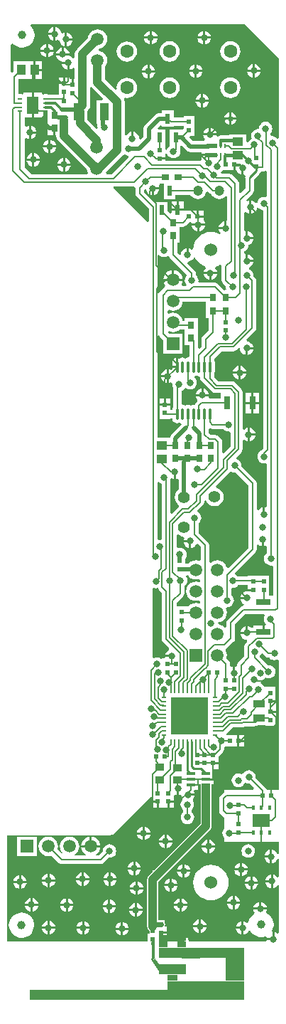
<source format=gtl>
%FSLAX25Y25*%
%MOIN*%
G70*
G01*
G75*
G04 Layer_Physical_Order=1*
G04 Layer_Color=255*
%ADD10O,0.01378X0.05512*%
%ADD11R,0.02362X0.04528*%
%ADD12R,0.03937X0.07874*%
%ADD13R,0.01772X0.02362*%
%ADD14R,0.08268X0.05906*%
%ADD15R,0.17716X0.17716*%
%ADD16O,0.02559X0.00984*%
%ADD17O,0.00984X0.02559*%
%ADD18R,0.05315X0.03740*%
%ADD19R,0.01575X0.01575*%
%ADD20R,0.11811X0.00039*%
%ADD21R,0.05512X0.08268*%
%ADD22O,0.02362X0.00984*%
%ADD23R,0.06693X0.03150*%
%ADD24R,0.00984X0.01969*%
%ADD25R,0.03937X0.03543*%
%ADD26R,0.03937X0.01378*%
%ADD27R,0.03150X0.06496*%
%ADD28R,0.03150X0.03543*%
%ADD29R,0.02362X0.01969*%
%ADD30R,0.01969X0.02362*%
%ADD31R,0.03543X0.03150*%
%ADD32R,0.03937X0.05118*%
%ADD33R,0.05118X0.03937*%
%ADD34C,0.03937*%
%ADD35C,0.00787*%
%ADD36C,0.03937*%
%ADD37C,0.01969*%
%ADD38C,0.01000*%
%ADD39C,0.01181*%
%ADD40C,0.01575*%
%ADD41C,0.02000*%
%ADD42C,0.02362*%
%ADD43R,0.03937X0.02913*%
%ADD44R,0.04724X0.03150*%
%ADD45R,0.18898X0.05079*%
%ADD46R,0.36142X0.03937*%
%ADD47R,1.00709X0.04764*%
%ADD48R,0.08583X0.15590*%
%ADD49R,0.12598X0.04764*%
%ADD50R,0.12598X0.05079*%
%ADD51R,0.01811X0.07992*%
G04:AMPARAMS|DCode=52|XSize=18.11mil|YSize=66.44mil|CornerRadius=0mil|HoleSize=0mil|Usage=FLASHONLY|Rotation=214.500|XOffset=0mil|YOffset=0mil|HoleType=Round|Shape=Rectangle|*
%AMROTATEDRECTD52*
4,1,4,-0.01135,0.03251,0.02628,-0.02225,0.01135,-0.03251,-0.02628,0.02225,-0.01135,0.03251,0.0*
%
%ADD52ROTATEDRECTD52*%

%ADD53R,0.35500X0.02000*%
%ADD54R,0.09055X0.04823*%
%ADD55R,0.12598X0.03150*%
%ADD56C,0.04724*%
%ADD57C,0.05512*%
%ADD58C,0.05906*%
%ADD59R,0.05906X0.05906*%
%ADD60R,0.05906X0.05906*%
%ADD61C,0.06299*%
%ADD62C,0.06000*%
%ADD63C,0.02598*%
%ADD64C,0.03150*%
G36*
X355726Y522458D02*
X356384Y521953D01*
X357150Y521636D01*
X357972Y521528D01*
X358795Y521636D01*
X359561Y521953D01*
X359589Y521975D01*
X360366Y521847D01*
X360786Y521219D01*
X367043Y514961D01*
X368718Y512778D01*
X368213Y512120D01*
X367896Y511354D01*
X367788Y510532D01*
X367896Y509709D01*
X368213Y508943D01*
X368462Y508619D01*
X368114Y507913D01*
X366505D01*
X366157Y508619D01*
X366160Y508622D01*
X366616Y509724D01*
X366705Y510405D01*
X357704D01*
X357794Y509724D01*
X358250Y508622D01*
X358549Y508232D01*
X358421Y507455D01*
X358226Y507325D01*
X356061Y505159D01*
X355626Y504508D01*
X354861Y504660D01*
Y522361D01*
X355607Y522614D01*
X355726Y522458D01*
D02*
G37*
G36*
X344548Y554035D02*
Y551181D01*
X344548Y551181D01*
X344548D01*
X344701Y550413D01*
X345136Y549762D01*
X350847Y544051D01*
Y538174D01*
X350120Y537872D01*
X334132Y553860D01*
X334434Y554587D01*
X343996D01*
X344548Y554035D01*
D02*
G37*
G36*
X357874Y548721D02*
X363386D01*
Y550650D01*
X370436D01*
X371050Y549850D01*
X371873Y549219D01*
X372831Y548822D01*
X373858Y548687D01*
X374886Y548822D01*
X375844Y549219D01*
X376666Y549850D01*
X377297Y550672D01*
X377694Y551630D01*
X377741Y551985D01*
X378486Y552238D01*
X379486Y551238D01*
X379486D01*
X379486Y551238D01*
X379486D01*
X379486Y551238D01*
Y551238D01*
X379486Y551238D01*
Y551238D01*
X380137Y550803D01*
X380385Y550754D01*
X380419Y550672D01*
X381050Y549850D01*
X381873Y549219D01*
X382831Y548822D01*
X383858Y548687D01*
X384886Y548822D01*
X385844Y549219D01*
X386666Y549850D01*
X386814Y550043D01*
X387560Y549789D01*
Y538715D01*
X387311Y538496D01*
Y535039D01*
X386811D01*
Y534539D01*
X383700D01*
X383742Y534217D01*
X384060Y533451D01*
X384546Y532818D01*
X384036Y532217D01*
X383179Y532675D01*
X381621Y533148D01*
X380000Y533308D01*
X378379Y533148D01*
X376821Y532675D01*
X375384Y531908D01*
X374126Y530874D01*
X373092Y529615D01*
X372325Y528179D01*
X371852Y526621D01*
X371727Y525357D01*
X371005Y525043D01*
X370683Y525290D01*
X369917Y525608D01*
X369595Y525650D01*
Y522539D01*
X368595D01*
Y525650D01*
X368272Y525608D01*
X367506Y525290D01*
X366848Y524786D01*
X366343Y524128D01*
X366026Y523362D01*
X365944Y522736D01*
X365198Y522483D01*
X364212Y523469D01*
Y528248D01*
X365354D01*
Y534350D01*
Y535690D01*
X366929D01*
X367697Y535843D01*
X368348Y536278D01*
X369893Y537822D01*
X370680Y537797D01*
X371028Y537400D01*
X371003Y537213D01*
X377225D01*
X377183Y537535D01*
X376865Y538301D01*
X376476Y538808D01*
Y540051D01*
X373721D01*
Y540551D01*
X373220D01*
Y543110D01*
X367126D01*
Y543201D01*
X361614D01*
Y542155D01*
X360887Y541853D01*
X359646Y543094D01*
Y547539D01*
X354134D01*
Y547470D01*
X353406Y547168D01*
X348562Y552012D01*
Y552856D01*
X349202Y553314D01*
X349552Y553196D01*
X349589Y552918D01*
X349906Y552152D01*
X350411Y551494D01*
X351069Y550989D01*
X351835Y550672D01*
X352157Y550629D01*
Y553740D01*
X352658D01*
Y554240D01*
X355768D01*
X355726Y554562D01*
X355482Y555152D01*
X355800Y555629D01*
X356032Y555807D01*
X357874D01*
Y548721D01*
D02*
G37*
G36*
X367520Y486221D02*
Y480118D01*
X369843D01*
Y474907D01*
X369291Y474454D01*
X368408Y474278D01*
X368012Y474013D01*
X367616Y474278D01*
X366732Y474454D01*
X365849Y474278D01*
X365453Y474013D01*
X365056Y474278D01*
X364673Y474354D01*
Y473139D01*
X364600Y473029D01*
X364424Y472146D01*
Y470079D01*
X364173D01*
Y469579D01*
X361865D01*
Y468987D01*
X361210Y468550D01*
X360566Y468817D01*
X360244Y468859D01*
Y465748D01*
Y462637D01*
X360566Y462679D01*
X361333Y462997D01*
X361936Y462210D01*
X361883Y461811D01*
X361992Y460989D01*
X362166Y460568D01*
Y451169D01*
X362041Y450982D01*
X361865Y450098D01*
Y450039D01*
X360925D01*
Y451862D01*
X355807D01*
Y449606D01*
Y445669D01*
X360925D01*
Y446024D01*
X361865D01*
Y445965D01*
X362041Y445081D01*
X362541Y444333D01*
X363290Y443832D01*
X364173Y443656D01*
X365056Y443832D01*
X365246Y443959D01*
X365987Y443693D01*
X366180Y443058D01*
X361561Y438439D01*
X361151Y437905D01*
X360999Y437540D01*
X360893Y437282D01*
X360831Y436811D01*
X354861D01*
Y484710D01*
X355626Y484862D01*
X356061Y484211D01*
X357677Y482595D01*
Y476378D01*
X366732D01*
Y485433D01*
X360516D01*
X359772Y486177D01*
X360209Y486831D01*
X361023Y486494D01*
X362205Y486339D01*
X363387Y486494D01*
X364488Y486951D01*
X365282Y487560D01*
X367520D01*
Y486221D01*
D02*
G37*
G36*
X377756Y499114D02*
Y493012D01*
X378898D01*
Y487150D01*
X376189Y484441D01*
X375754Y483790D01*
X375601Y483022D01*
Y479621D01*
X374585Y478604D01*
X373857Y478906D01*
Y482283D01*
X373819Y482477D01*
Y486221D01*
Y492913D01*
X367520D01*
Y491574D01*
X366683D01*
X366616Y492087D01*
X366160Y493189D01*
X365434Y494135D01*
X364488Y494860D01*
X363387Y495317D01*
X362205Y495472D01*
X361023Y495317D01*
X360142Y494952D01*
X359487Y495389D01*
Y496422D01*
X360142Y496859D01*
X361023Y496494D01*
X362205Y496339D01*
X363387Y496494D01*
X364488Y496951D01*
X365434Y497676D01*
X366160Y498622D01*
X366616Y499724D01*
X366714Y500473D01*
X377756D01*
Y499114D01*
D02*
G37*
G36*
X373092Y520385D02*
X374126Y519126D01*
X375384Y518092D01*
X376821Y517325D01*
X377405Y517148D01*
X377546Y516373D01*
X377478Y516321D01*
X376973Y515663D01*
X376656Y514897D01*
X376613Y514575D01*
X382835D01*
X382793Y514897D01*
X382476Y515663D01*
X381995Y516289D01*
X382031Y516400D01*
X382608Y517151D01*
X383179Y517325D01*
X384450Y518004D01*
X385059Y517552D01*
X385080Y517526D01*
X385001Y517126D01*
Y510630D01*
X385001Y510630D01*
X385001D01*
X385154Y509862D01*
X385589Y509211D01*
X387020Y507779D01*
X386981Y507480D01*
X387089Y506658D01*
X387170Y506462D01*
X386945Y506124D01*
X386161Y506047D01*
X383309Y508899D01*
X382658Y509335D01*
X381890Y509487D01*
X374601D01*
X374082Y510079D01*
X374141Y510532D01*
X374033Y511354D01*
X373716Y512120D01*
X373211Y512778D01*
X372972Y512961D01*
Y513878D01*
X372819Y514646D01*
X372384Y515297D01*
X369038Y518643D01*
X369291Y519388D01*
X369917Y519471D01*
X370683Y519788D01*
X371341Y520293D01*
X371846Y520951D01*
X371905Y521095D01*
X372692Y521134D01*
X373092Y520385D01*
D02*
G37*
G36*
X391543Y562205D02*
X391921D01*
X392131Y561699D01*
X392636Y561041D01*
X393293Y560536D01*
X394060Y560219D01*
X394382Y560177D01*
Y563287D01*
X395382D01*
Y560177D01*
X395704Y560219D01*
X396150Y559143D01*
X396113Y558957D01*
X396221Y558412D01*
Y553587D01*
X394073Y551439D01*
X393346Y551740D01*
Y555905D01*
X393193Y556674D01*
X392758Y557325D01*
X390199Y559884D01*
X389548Y560319D01*
X388779Y560472D01*
X384873D01*
X384561Y561225D01*
X385219Y561730D01*
X385583Y562205D01*
X390543D01*
Y564764D01*
X391543D01*
Y562205D01*
D02*
G37*
G36*
X356988Y582919D02*
Y582480D01*
X362500D01*
Y582934D01*
X367224D01*
Y582185D01*
Y581600D01*
X366570Y581163D01*
X366240Y581299D01*
Y581299D01*
X366240Y581299D01*
X360728D01*
Y573622D01*
X360728D01*
X360728Y573552D01*
X360158Y573114D01*
X359653Y572456D01*
X359335Y571690D01*
X359335D01*
X358563Y571843D01*
Y573622D01*
X358760D01*
Y581299D01*
X355368D01*
X355067Y582027D01*
X356261Y583221D01*
X356988Y582919D01*
D02*
G37*
G36*
X324244Y600819D02*
X329356Y595708D01*
X329055Y594980D01*
X326279D01*
Y583957D01*
X326553D01*
Y583268D01*
X326641Y582600D01*
X326895Y581986D01*
X326912Y581854D01*
X326206Y581505D01*
X322078Y585634D01*
Y589468D01*
X322021Y589900D01*
X322212Y590091D01*
X322780Y590831D01*
X323137Y591693D01*
X323259Y592618D01*
Y593504D01*
X323259Y593504D01*
X323259Y593504D01*
Y593504D01*
Y600879D01*
X324005Y601132D01*
X324244Y600819D01*
D02*
G37*
G36*
X412008Y614468D02*
Y577294D01*
X411262Y577041D01*
X411105Y577246D01*
X410447Y577751D01*
X409681Y578068D01*
X408858Y578177D01*
X408701Y578156D01*
X408109Y578675D01*
Y579646D01*
X408461Y580104D01*
X408778Y580871D01*
X408887Y581693D01*
X408778Y582515D01*
X408461Y583281D01*
X407956Y583939D01*
X407298Y584444D01*
X406532Y584761D01*
X405710Y584870D01*
X404888Y584761D01*
X404121Y584444D01*
X403464Y583939D01*
X402959Y583281D01*
X402641Y582515D01*
X402533Y581693D01*
Y581693D01*
X402067Y581425D01*
X401245Y581317D01*
X400479Y580999D01*
X399821Y580494D01*
X399316Y579836D01*
X398998Y579070D01*
X398890Y578248D01*
X398998Y577426D01*
X399168Y577016D01*
X398805Y576865D01*
X398147Y576361D01*
X397642Y575703D01*
X397524Y575417D01*
X396752Y575571D01*
Y579035D01*
X388484D01*
Y578590D01*
X384744D01*
X383822Y578406D01*
X383313Y578066D01*
X382716Y578437D01*
X376417D01*
X376459Y578115D01*
X376776Y577349D01*
X377206Y576789D01*
X376935Y576239D01*
X376815Y576083D01*
X375591D01*
Y575924D01*
X371450D01*
X369853Y577521D01*
X370154Y578248D01*
X372342D01*
Y582185D01*
Y587697D01*
X367224D01*
Y586948D01*
X362500D01*
Y590158D01*
X356988D01*
Y588900D01*
X355709D01*
X355041Y588812D01*
X354729Y588683D01*
X354418Y588554D01*
X353884Y588144D01*
X349061Y583321D01*
X348651Y582787D01*
X348468Y582346D01*
X348393Y582164D01*
X348305Y581496D01*
Y577939D01*
X346979Y576614D01*
X346273Y576962D01*
X346287Y577067D01*
X346179Y577889D01*
X345861Y578655D01*
X345357Y579313D01*
X344699Y579818D01*
X343933Y580135D01*
X343610Y580178D01*
Y577067D01*
X342610D01*
Y580178D01*
X342288Y580135D01*
X341522Y579818D01*
X340864Y579313D01*
X340359Y578655D01*
X340271Y578443D01*
X339499Y578597D01*
Y594193D01*
X339377Y595118D01*
X339215Y595510D01*
X339694Y596135D01*
X340551Y596022D01*
X341785Y596185D01*
X342934Y596661D01*
X343921Y597418D01*
X344678Y598405D01*
X345154Y599554D01*
X345316Y600787D01*
X345154Y602021D01*
X344678Y603170D01*
X343921Y604157D01*
X342934Y604914D01*
X341785Y605390D01*
X340551Y605553D01*
X339318Y605390D01*
X338169Y604914D01*
X337182Y604157D01*
X336424Y603170D01*
X335948Y602021D01*
X335786Y600787D01*
X335839Y600388D01*
X335132Y600040D01*
X330346Y604827D01*
Y610842D01*
X330727Y611339D01*
X331183Y612440D01*
X331338Y613622D01*
X331183Y614804D01*
X330727Y615905D01*
X330001Y616851D01*
X329055Y617577D01*
X327954Y618033D01*
X327319Y618117D01*
X327190Y618497D01*
X327606Y619165D01*
X327954Y619211D01*
X329055Y619667D01*
X330001Y620393D01*
X330727Y621339D01*
X331183Y622440D01*
X331338Y623622D01*
X331183Y624804D01*
X330727Y625905D01*
X330001Y626851D01*
X329055Y627577D01*
X327954Y628033D01*
X326772Y628189D01*
X325590Y628033D01*
X324488Y627577D01*
X323543Y626851D01*
X322817Y625905D01*
X322361Y624804D01*
X322279Y624184D01*
X317158Y619063D01*
X316590Y618322D01*
X316442Y617965D01*
X316233Y617460D01*
X316111Y616536D01*
X316111Y616536D01*
X316111D01*
X316111Y616535D01*
X316111D01*
Y614962D01*
X315366Y614709D01*
X315337Y614746D01*
X314679Y615251D01*
X313913Y615568D01*
X313503Y615623D01*
X313544Y615937D01*
X307322D01*
X307365Y615615D01*
X307682Y614849D01*
X308187Y614191D01*
X308845Y613686D01*
X309611Y613369D01*
X310021Y613314D01*
X309980Y613000D01*
X313090D01*
Y612500D01*
X313591D01*
Y609389D01*
X313913Y609432D01*
X314679Y609749D01*
X315337Y610254D01*
X315366Y610291D01*
X316111Y610038D01*
Y604921D01*
X315461D01*
Y602165D01*
X314461D01*
Y604921D01*
X313583D01*
Y605709D01*
X311524D01*
Y602953D01*
X311024D01*
Y602453D01*
X308465D01*
Y600197D01*
Y597676D01*
X303457D01*
X302953Y597777D01*
X301575D01*
X301298Y597722D01*
X300689Y598221D01*
Y598425D01*
X296858D01*
Y592717D01*
Y587008D01*
X300689D01*
Y587212D01*
X301298Y587711D01*
X301575Y587656D01*
X302953D01*
X303445Y587253D01*
Y584646D01*
Y582390D01*
X306594D01*
Y581890D01*
X307095D01*
Y578543D01*
X307194D01*
X307450Y578287D01*
X307450Y578287D01*
D01*
X307572Y577362D01*
X307781Y576858D01*
X307929Y576501D01*
X308496Y575760D01*
X308496Y575760D01*
X308496D01*
Y575760D01*
X308496Y575760D01*
X321787Y562470D01*
X321868Y561850D01*
X322209Y561028D01*
X321771Y560373D01*
X295516D01*
X292460Y563430D01*
Y576995D01*
X293166Y577343D01*
X293392Y577170D01*
X294158Y576853D01*
X294480Y576810D01*
Y579921D01*
Y583032D01*
X294158Y582990D01*
X293392Y582672D01*
X293166Y582499D01*
X292460Y582847D01*
Y587008D01*
X295858D01*
Y592717D01*
Y598425D01*
X292028D01*
Y598221D01*
X291419Y597722D01*
X291142Y597777D01*
X289764D01*
X289605Y597907D01*
Y604976D01*
X289650Y605020D01*
X296744D01*
Y609154D01*
Y613287D01*
X287402D01*
Y608449D01*
X286751Y607798D01*
X286024Y608100D01*
Y621070D01*
X286718Y621441D01*
X288142Y620492D01*
X290142Y619492D01*
X291642D01*
X294642Y620492D01*
X296142Y621992D01*
X297142Y624992D01*
Y625992D01*
X296642Y627992D01*
X295642Y629492D01*
X295278Y629765D01*
X295527Y630512D01*
X395965D01*
X412008Y614468D01*
D02*
G37*
G36*
X339553Y569493D02*
X340319Y569176D01*
X341119Y569070D01*
X341156Y568963D01*
X341255Y568208D01*
X333421Y560373D01*
X331438D01*
X330933Y560583D01*
X330779Y561355D01*
X338452Y569028D01*
X338746Y569411D01*
X339527Y569513D01*
X339553Y569493D01*
D02*
G37*
G36*
X406163Y561572D02*
Y550166D01*
X405571Y549646D01*
X404921Y549732D01*
X404099Y549624D01*
X403333Y549306D01*
X402675Y548801D01*
X402170Y548143D01*
X401853Y547377D01*
X401800Y546980D01*
X401040Y546776D01*
X400770Y547128D01*
X400112Y547633D01*
X399346Y547950D01*
X399024Y547993D01*
Y544882D01*
Y541771D01*
X399346Y541813D01*
X400112Y542131D01*
X400770Y542636D01*
X401275Y543294D01*
X401592Y544060D01*
X401644Y544457D01*
X402405Y544661D01*
X402675Y544309D01*
X403333Y543804D01*
X404099Y543487D01*
X404587Y543422D01*
Y431934D01*
X403602Y430948D01*
X403532Y430843D01*
X403433Y430802D01*
X402774Y430298D01*
X402270Y429640D01*
X401952Y428873D01*
X401844Y428051D01*
X401952Y427229D01*
X402270Y426463D01*
X402774Y425805D01*
X403433Y425300D01*
X404199Y424983D01*
X405021Y424874D01*
X405571Y424947D01*
X406163Y424428D01*
Y404680D01*
X405571Y404161D01*
X405323Y404194D01*
Y401083D01*
X404323D01*
Y404194D01*
X404001Y404151D01*
X403234Y403834D01*
X402576Y403329D01*
X402261Y402917D01*
X401515Y403170D01*
Y415551D01*
X401362Y416319D01*
X400927Y416970D01*
X394378Y423520D01*
X394417Y423819D01*
X394309Y424641D01*
X393991Y425407D01*
X393486Y426065D01*
X392828Y426570D01*
X392111Y426867D01*
X391957Y427640D01*
X394333Y430015D01*
X394768Y430666D01*
X394920Y431434D01*
Y435687D01*
X395627Y436035D01*
X396149Y435635D01*
X396915Y435317D01*
X397237Y435275D01*
Y438386D01*
Y441497D01*
X396915Y441454D01*
X396149Y441137D01*
X395627Y440736D01*
X394920Y441084D01*
Y458329D01*
X394768Y459097D01*
X394333Y459749D01*
X391294Y462787D01*
X390643Y463222D01*
X389875Y463375D01*
X383521D01*
X381535Y465362D01*
Y466941D01*
X381660Y467129D01*
X381836Y468012D01*
Y472146D01*
X381660Y473029D01*
X381535Y473217D01*
Y473972D01*
X384985Y477422D01*
X390514D01*
X391283Y477575D01*
X391934Y478010D01*
X392868Y478945D01*
X393318Y478885D01*
X393684Y478761D01*
X393782Y478016D01*
X394099Y477250D01*
X394604Y476592D01*
X395262Y476087D01*
X396028Y475770D01*
X396350Y475728D01*
Y478839D01*
X396850D01*
Y479339D01*
X399961D01*
X399919Y479661D01*
X399602Y480427D01*
X399097Y481085D01*
X398439Y481590D01*
X397673Y481907D01*
X396928Y482005D01*
X396804Y482371D01*
X396744Y482821D01*
X400730Y486806D01*
X401165Y487458D01*
X401318Y488226D01*
Y508622D01*
X401318Y508622D01*
Y510433D01*
X401191Y511074D01*
X401165Y511201D01*
X400730Y511852D01*
X399988Y512595D01*
X400027Y512894D01*
X399919Y513716D01*
X399602Y514482D01*
X399097Y515140D01*
X398439Y515645D01*
X397833Y515896D01*
Y516683D01*
X398439Y516934D01*
X399097Y517439D01*
X399602Y518097D01*
X399919Y518863D01*
X399961Y519185D01*
X396850D01*
Y519685D01*
X396350D01*
Y522796D01*
X396300Y522789D01*
X395708Y523309D01*
Y524204D01*
X395978Y524316D01*
X396636Y524821D01*
X397141Y525479D01*
X397458Y526245D01*
X397567Y527067D01*
X397534Y527314D01*
X397771Y527345D01*
X398537Y527662D01*
X399195Y528167D01*
X399700Y528825D01*
X400017Y529591D01*
X400060Y529913D01*
X396949D01*
Y530413D01*
X396449D01*
Y533524D01*
X396300Y533505D01*
X395708Y534024D01*
Y542182D01*
X396414Y542531D01*
X396935Y542131D01*
X397701Y541813D01*
X398024Y541771D01*
Y544882D01*
Y547993D01*
X397701Y547950D01*
X397107Y547704D01*
X396670Y548359D01*
X399648Y551337D01*
X400083Y551988D01*
X400235Y552756D01*
Y557972D01*
X402677Y560414D01*
X402677Y560414D01*
X402677Y560414D01*
X403135Y561100D01*
X403140Y561122D01*
X403740D01*
Y561477D01*
X404232D01*
X405000Y561630D01*
X405469Y561943D01*
X406163Y561572D01*
D02*
G37*
G36*
X368538Y571490D02*
X368538D01*
X368538Y571490D01*
X368538D01*
X368538Y571490D01*
Y571490D01*
X368538Y571490D01*
Y571490D01*
X369075Y571078D01*
X369702Y570818D01*
X370374Y570730D01*
X375591D01*
Y570571D01*
Y569890D01*
X378150D01*
Y568890D01*
X375591D01*
Y567153D01*
X374982Y566653D01*
X374886Y566672D01*
X358563D01*
Y567118D01*
X356004D01*
Y568118D01*
X358563D01*
Y568799D01*
Y569892D01*
X359335Y570045D01*
X359335D01*
X359653Y569279D01*
X360158Y568621D01*
X360816Y568116D01*
X361582Y567799D01*
X362404Y567691D01*
X363226Y567799D01*
X363992Y568116D01*
X364650Y568621D01*
X365155Y569279D01*
X365472Y570045D01*
X365581Y570867D01*
X365472Y571690D01*
X365451Y571742D01*
X365491Y571948D01*
Y573622D01*
X366240Y573622D01*
D01*
D01*
Y573622D01*
X366357Y573671D01*
X368538Y571490D01*
D02*
G37*
G36*
X373526Y465879D02*
X374409Y465704D01*
X374961Y465251D01*
Y464862D01*
X375114Y464094D01*
X375549Y463443D01*
X380618Y458374D01*
X381269Y457939D01*
X382037Y457786D01*
X384547D01*
Y455157D01*
X379425D01*
X378987Y455811D01*
X379053Y455969D01*
X379095Y456291D01*
X372873D01*
X372916Y455969D01*
X373233Y455203D01*
X373738Y454545D01*
X373769Y454068D01*
X372990Y453289D01*
X372555Y452638D01*
X372555Y452638D01*
Y452638D01*
X372126Y452352D01*
X371850Y452407D01*
X370967Y452231D01*
X370571Y451966D01*
X370175Y452231D01*
X369291Y452407D01*
X368408Y452231D01*
X368012Y451966D01*
X367616Y452231D01*
X366732Y452407D01*
X366180Y452860D01*
Y458866D01*
X366649Y459060D01*
X367307Y459565D01*
X367811Y460223D01*
X367811Y460223D01*
Y460223D01*
X368029Y460451D01*
Y460451D01*
X368029Y460451D01*
X368687Y459946D01*
X369453Y459628D01*
X370276Y459520D01*
X371098Y459628D01*
X371864Y459946D01*
X372522Y460451D01*
X373027Y461108D01*
X373344Y461875D01*
X373452Y462697D01*
X373344Y463519D01*
X373027Y464285D01*
X372522Y464943D01*
X372353Y465072D01*
X372517Y465775D01*
X373250Y466064D01*
X373526Y465879D01*
D02*
G37*
G36*
X353411Y366518D02*
X354233Y366410D01*
X355056Y366518D01*
X355162Y366461D01*
X355232Y366106D01*
X355667Y365455D01*
X356894Y364228D01*
Y342590D01*
X357047Y341823D01*
X357482Y341171D01*
X360424Y338230D01*
X360270Y337457D01*
X360124Y337397D01*
X359466Y336892D01*
X358961Y336234D01*
X358644Y335468D01*
X358602Y335146D01*
X361713D01*
Y334146D01*
X358602D01*
X358603Y334135D01*
X358084Y333543D01*
X356933D01*
X356933Y333543D01*
Y333543D01*
X356591Y333375D01*
X356330Y333574D01*
X355564Y333892D01*
X354742Y334000D01*
X353920Y333892D01*
X353214Y333599D01*
X352559Y334037D01*
Y366162D01*
X353214Y366600D01*
X353411Y366518D01*
D02*
G37*
G36*
X405342Y353487D02*
X405320Y353458D01*
X405002Y352692D01*
X404894Y351870D01*
X405002Y351048D01*
X405320Y350282D01*
X405825Y349624D01*
X405825Y349624D01*
Y349624D01*
X405282Y348917D01*
X405224D01*
Y345768D01*
X404224D01*
Y348917D01*
X399803D01*
Y348185D01*
X399646Y348065D01*
X399097Y347794D01*
X398537Y348224D01*
X397771Y348541D01*
X397449Y348583D01*
Y345472D01*
X396949D01*
Y344972D01*
X393838D01*
X393880Y344650D01*
X394198Y343884D01*
X394703Y343226D01*
X395360Y342721D01*
X396127Y342404D01*
X396949Y342296D01*
X397067Y341401D01*
X396317Y340651D01*
X395882Y340000D01*
X395729Y339232D01*
Y334649D01*
X392897Y331817D01*
X392462Y331166D01*
X392309Y330398D01*
Y330179D01*
X391717Y329660D01*
X391446Y329696D01*
Y326585D01*
X390446D01*
Y329696D01*
X390124Y329654D01*
X389768Y329506D01*
X389113Y329944D01*
Y330894D01*
X388961Y331662D01*
X388526Y332313D01*
X387297Y333542D01*
X387411Y333818D01*
X387567Y335000D01*
X387411Y336182D01*
X386955Y337283D01*
X386860Y337406D01*
X387087Y338008D01*
X387738Y338443D01*
X390691Y341396D01*
X391126Y342047D01*
X391151Y342174D01*
X391279Y342815D01*
Y349365D01*
X396107Y354194D01*
X404994D01*
X405342Y353487D01*
D02*
G37*
G36*
X397342Y366732D02*
Y366051D01*
X399902D01*
Y365051D01*
X397021D01*
X396949Y364988D01*
X396127Y364880D01*
X395360Y364562D01*
X394703Y364057D01*
X394198Y363399D01*
X393880Y362633D01*
X393838Y362311D01*
X396949D01*
Y361311D01*
X393838D01*
X393880Y360989D01*
X394198Y360223D01*
X394703Y359565D01*
X395360Y359060D01*
X395553Y358980D01*
X395399Y358208D01*
X395276D01*
X394635Y358080D01*
X394508Y358055D01*
X393856Y357620D01*
X387852Y351616D01*
X387417Y350965D01*
X387265Y350197D01*
Y348104D01*
X386519Y347851D01*
X386229Y348229D01*
X385283Y348955D01*
X384182Y349411D01*
X383726Y349471D01*
X383424Y350199D01*
X383672Y350522D01*
X384182Y350589D01*
X385283Y351045D01*
X386229Y351771D01*
X386955Y352717D01*
X387411Y353818D01*
X387567Y355000D01*
X387411Y356182D01*
X387096Y356943D01*
X387575Y357568D01*
X387697Y357552D01*
X388519Y357660D01*
X389285Y357977D01*
X389943Y358482D01*
X390448Y359140D01*
X390765Y359906D01*
X390874Y360728D01*
X390765Y361551D01*
X390448Y362317D01*
X389943Y362975D01*
X389605Y363234D01*
Y366108D01*
X390197Y366627D01*
X390354Y366607D01*
X391177Y366715D01*
X391943Y367032D01*
X392601Y367537D01*
X392784Y367776D01*
X397342D01*
Y366732D01*
D02*
G37*
G36*
X352248Y191868D02*
X351929Y192894D01*
X353740D01*
X352248Y191868D01*
D02*
G37*
G36*
X375157Y273005D02*
X375135Y272835D01*
Y256105D01*
X353287Y234257D01*
X352559Y234558D01*
Y233529D01*
X350804Y231774D01*
X350388Y231232D01*
X350126Y230600D01*
X350037Y229921D01*
Y207972D01*
X350126Y207294D01*
X350388Y206662D01*
X350804Y206119D01*
X351142Y205860D01*
Y204724D01*
X350197D01*
Y200886D01*
X284154D01*
X284154Y200886D01*
Y250694D01*
X332500D01*
X333191Y250831D01*
X333420Y250984D01*
X334154D01*
X351979Y268810D01*
X352441Y268618D01*
Y267646D01*
Y266965D01*
X355000D01*
Y266465D01*
X355500D01*
Y263709D01*
X359500D01*
Y266465D01*
X360000D01*
Y266965D01*
X362559D01*
Y267646D01*
Y269213D01*
X363214Y269650D01*
X363646Y269471D01*
X363968Y269428D01*
Y272539D01*
X364968D01*
Y269428D01*
X365291Y269471D01*
X365502Y269559D01*
X366184Y269165D01*
X366224Y268863D01*
X366541Y268097D01*
X366724Y267859D01*
X366652Y267316D01*
X366148Y266658D01*
X365830Y265891D01*
X365722Y265069D01*
X365830Y264247D01*
X366148Y263481D01*
X366652Y262823D01*
X366969Y262580D01*
Y261564D01*
X366730Y261380D01*
X366225Y260722D01*
X365908Y259956D01*
X365800Y259134D01*
X365908Y258312D01*
X366225Y257545D01*
X366730Y256888D01*
X367388Y256383D01*
X368154Y256065D01*
X368976Y255957D01*
X369799Y256065D01*
X370565Y256383D01*
X371223Y256888D01*
X371728Y257545D01*
X372045Y258312D01*
X372153Y259134D01*
X372045Y259956D01*
X371728Y260722D01*
X371223Y261380D01*
X370983Y261564D01*
Y262699D01*
X371145Y262823D01*
X371650Y263481D01*
X371967Y264247D01*
X372076Y265069D01*
X371967Y265891D01*
X371650Y266658D01*
X371467Y266896D01*
X371539Y267439D01*
X372044Y268097D01*
X372361Y268863D01*
X372404Y269185D01*
X369292D01*
Y270185D01*
X372404D01*
X372361Y270507D01*
X372044Y271273D01*
X371992Y271341D01*
X372340Y272047D01*
X374114D01*
Y274606D01*
X374213D01*
Y274606D01*
X375157D01*
Y273005D01*
D02*
G37*
G36*
X405667Y334408D02*
X406319Y333973D01*
X407087Y333820D01*
X407511D01*
X407695Y333580D01*
X408353Y333076D01*
X409119Y332758D01*
X409941Y332650D01*
X410763Y332758D01*
X411353Y333003D01*
X412008Y332565D01*
Y272047D01*
X406164D01*
X406140Y272168D01*
X406114Y272296D01*
X405679Y272947D01*
X400972Y277654D01*
X401011Y277953D01*
X400903Y278775D01*
X400586Y279541D01*
X400081Y280199D01*
X399423Y280704D01*
X398657Y281021D01*
X397835Y281130D01*
X397012Y281021D01*
X396246Y280704D01*
X395588Y280199D01*
X395083Y279541D01*
X395066Y279498D01*
X394338Y279197D01*
X393736Y279447D01*
X392913Y279555D01*
X392091Y279447D01*
X391325Y279129D01*
X390667Y278624D01*
X390162Y277966D01*
X389845Y277200D01*
X389737Y276378D01*
X389845Y275556D01*
X390162Y274790D01*
X390667Y274132D01*
X391325Y273627D01*
X392091Y273309D01*
X392913Y273201D01*
X393736Y273309D01*
X394502Y273627D01*
X395160Y274132D01*
X395665Y274790D01*
X395682Y274833D01*
X396410Y275134D01*
X397012Y274884D01*
X397835Y274776D01*
X398134Y274815D01*
X400174Y272775D01*
X399873Y272047D01*
X386319D01*
Y270974D01*
X385801Y270628D01*
X384506Y269333D01*
X384071Y268682D01*
X383918Y267913D01*
Y262106D01*
X383918Y262106D01*
X383918D01*
X384071Y261338D01*
X384506Y260687D01*
X385786Y259408D01*
X386319Y259051D01*
Y253897D01*
X385831Y253262D01*
X385514Y252495D01*
X385406Y251673D01*
X385514Y250851D01*
X385831Y250085D01*
X386319Y249450D01*
Y247441D01*
X412008D01*
Y241967D01*
X411236Y241813D01*
X411019Y242336D01*
X410514Y242994D01*
X409856Y243499D01*
X409090Y243817D01*
X408768Y243859D01*
Y240748D01*
Y237637D01*
X409090Y237680D01*
X409856Y237997D01*
X410514Y238502D01*
X411019Y239160D01*
X411236Y239683D01*
X412008Y239529D01*
Y231171D01*
X411262Y230918D01*
X410908Y231380D01*
X410250Y231885D01*
X409484Y232202D01*
X409161Y232245D01*
Y229134D01*
Y226023D01*
X409484Y226065D01*
X410250Y226383D01*
X410908Y226887D01*
X411262Y227349D01*
X412008Y227097D01*
Y204963D01*
X411302Y204615D01*
X411037Y204818D01*
X410271Y205135D01*
X409949Y205178D01*
Y202067D01*
X409449D01*
Y201567D01*
X406338D01*
X406350Y201472D01*
X405831Y200880D01*
X369715D01*
Y200886D01*
X369593Y201500D01*
X369245Y202021D01*
X369220Y202038D01*
Y202480D01*
X368166D01*
X368109Y202491D01*
X364173D01*
X364116Y202480D01*
X362240D01*
Y200886D01*
X361240D01*
Y202480D01*
X359504D01*
X359448Y202491D01*
X359252D01*
Y204520D01*
X356693D01*
Y205520D01*
X359252D01*
Y207776D01*
X359109D01*
X358702Y208048D01*
X358426Y208384D01*
X358539Y208957D01*
X358399Y209663D01*
X358307Y209801D01*
Y210768D01*
X356871D01*
X356693Y210803D01*
X355278D01*
Y228836D01*
X379609Y253167D01*
X380026Y253709D01*
X380026Y253709D01*
X380026Y253709D01*
X380287Y254341D01*
X380377Y255020D01*
Y272835D01*
X380354Y273005D01*
Y274606D01*
X381299D01*
Y276370D01*
X377756D01*
Y277165D01*
X381299D01*
Y277165D01*
Y281693D01*
D01*
Y281693D01*
X381315Y281709D01*
X383559D01*
Y283965D01*
X381000D01*
Y284965D01*
X383559D01*
Y285646D01*
Y287449D01*
X385591Y289481D01*
X386027Y290132D01*
X386179Y290900D01*
Y291928D01*
X386431Y292032D01*
X386810Y292323D01*
X392413D01*
Y294882D01*
Y297441D01*
X387620D01*
X387329Y297877D01*
X387208Y298168D01*
X390182Y301143D01*
X394491D01*
X395259Y301295D01*
X395910Y301730D01*
X395913Y301733D01*
X400886D01*
X401654Y301886D01*
X402072Y302165D01*
X405512D01*
Y301772D01*
X410630D01*
Y305709D01*
Y307965D01*
X408071D01*
Y308965D01*
X410630D01*
Y311221D01*
X410630D01*
Y312984D01*
X408071D01*
Y313984D01*
X410630D01*
Y314665D01*
Y320177D01*
X405512D01*
Y320177D01*
X405200D01*
X405113Y320388D01*
X404608Y321045D01*
X403951Y321550D01*
X403673Y321665D01*
X403372Y322393D01*
X403463Y322613D01*
X403561Y323354D01*
X403972Y323408D01*
X404738Y323725D01*
X405396Y324230D01*
X405599Y324495D01*
X406284Y324211D01*
X407106Y324103D01*
X407929Y324211D01*
X408695Y324529D01*
X409353Y325033D01*
X409858Y325691D01*
X410175Y326458D01*
X410283Y327280D01*
X410175Y328102D01*
X409858Y328868D01*
X409353Y329526D01*
X408695Y330031D01*
X407929Y330348D01*
X407106Y330456D01*
X406808Y330417D01*
X402832Y334393D01*
X402837Y334466D01*
X403342Y335124D01*
X403542Y335607D01*
X404314Y335761D01*
X405667Y334408D01*
D02*
G37*
G36*
X369771Y371771D02*
X370717Y371045D01*
X371818Y370589D01*
X373000Y370433D01*
X374182Y370589D01*
X374472Y370709D01*
X374944Y370394D01*
Y369606D01*
X374472Y369291D01*
X374182Y369411D01*
X373000Y369567D01*
X371818Y369411D01*
X370717Y368955D01*
X369771Y368229D01*
X369045Y367283D01*
X368589Y366182D01*
X368433Y365000D01*
X368589Y363818D01*
X369045Y362717D01*
X369771Y361771D01*
X370717Y361045D01*
X371818Y360589D01*
X373000Y360433D01*
X374182Y360589D01*
X374472Y360709D01*
X374944Y360394D01*
Y359606D01*
X374472Y359291D01*
X374182Y359411D01*
X373000Y359567D01*
X371818Y359411D01*
X370717Y358955D01*
X369771Y358229D01*
X369498Y357874D01*
X368996Y357874D01*
Y357874D01*
X364058D01*
Y359602D01*
X366970Y362514D01*
X367406Y363165D01*
X367558Y363933D01*
Y367498D01*
X367994Y367832D01*
X368499Y368490D01*
X368817Y369256D01*
X368925Y370079D01*
X368817Y370901D01*
X368499Y371667D01*
X368238Y372008D01*
X368437Y372411D01*
X369220Y372489D01*
X369771Y371771D01*
D02*
G37*
G36*
X389652Y421068D02*
X390418Y420750D01*
X391240Y420642D01*
X391539Y420681D01*
X397501Y414720D01*
Y385379D01*
X388174Y376051D01*
X387401Y376205D01*
X386955Y377283D01*
X386229Y378229D01*
X385283Y378955D01*
X384182Y379411D01*
X383000Y379567D01*
X381818Y379411D01*
X380717Y378955D01*
X379847Y378288D01*
X379141Y378636D01*
Y386646D01*
X378988Y387414D01*
X378553Y388065D01*
X374350Y392268D01*
Y396881D01*
X374589Y397065D01*
X375094Y397723D01*
X375411Y398489D01*
X375519Y399311D01*
X375411Y400133D01*
X375094Y400899D01*
X374589Y401557D01*
X373931Y402062D01*
X373788Y402778D01*
X376321Y405310D01*
X376756Y405962D01*
X376909Y406730D01*
Y407382D01*
X377681Y407535D01*
X377902Y407001D01*
X378596Y406096D01*
X379501Y405402D01*
X380555Y404966D01*
X381685Y404817D01*
X382816Y404966D01*
X383869Y405402D01*
X384774Y406096D01*
X385468Y407001D01*
X385904Y408054D01*
X386053Y409185D01*
X385904Y410316D01*
X385468Y411369D01*
X384774Y412274D01*
X383869Y412968D01*
X382816Y413404D01*
X382502Y413446D01*
X382249Y414191D01*
X389049Y420991D01*
X389627Y421086D01*
X389652Y421068D01*
D02*
G37*
G36*
X363493Y417657D02*
X363815Y417699D01*
X364178Y417849D01*
X364832Y417412D01*
Y412565D01*
X364325Y412175D01*
X363631Y411271D01*
X363194Y410217D01*
X363045Y409087D01*
X363194Y407956D01*
X363631Y406903D01*
X364325Y405998D01*
X364394Y405944D01*
X364969Y405084D01*
X364992Y404740D01*
X361636Y401384D01*
X360909Y401685D01*
Y417191D01*
X361030Y417485D01*
X361032Y417495D01*
X361714Y417889D01*
X362171Y417699D01*
X362493Y417657D01*
Y420768D01*
X363493D01*
Y417657D01*
D02*
G37*
G36*
X379941Y441157D02*
X380709Y441005D01*
X385760D01*
X385944Y440765D01*
X386602Y440261D01*
X387368Y439943D01*
X388190Y439835D01*
X388739Y439907D01*
X389332Y439388D01*
Y432918D01*
X386119Y429705D01*
X385392Y430007D01*
Y434920D01*
X385264Y435560D01*
X385239Y435688D01*
X384804Y436339D01*
X383503Y437640D01*
X382852Y438075D01*
X382084Y438228D01*
X379965D01*
X378976Y439217D01*
Y440967D01*
X379670Y441338D01*
X379941Y441157D01*
D02*
G37*
G36*
X365229Y391130D02*
X366283Y390694D01*
X366804Y390626D01*
X367234Y390296D01*
X367457Y389910D01*
X367207Y389306D01*
X367165Y388984D01*
X370276D01*
Y388484D01*
X370776D01*
Y385373D01*
X371098Y385416D01*
X371864Y385733D01*
X372522Y386238D01*
X373027Y386896D01*
X373054Y386961D01*
X373826Y387115D01*
X375127Y385814D01*
Y379728D01*
X374472Y379291D01*
X374182Y379411D01*
X373000Y379567D01*
X371818Y379411D01*
X370717Y378955D01*
X369771Y378229D01*
X369500Y377876D01*
X368012D01*
Y378944D01*
X368050Y379232D01*
Y380396D01*
X368204Y380597D01*
X368521Y381363D01*
X368630Y382185D01*
X368521Y383007D01*
X368204Y383773D01*
X367699Y384431D01*
X367041Y384936D01*
X366275Y385254D01*
X365453Y385362D01*
X364650Y385256D01*
X364058Y385775D01*
Y391139D01*
X364764Y391487D01*
X365229Y391130D01*
D02*
G37*
G36*
X404831Y386062D02*
X405153Y386105D01*
X405509Y386252D01*
X406163Y385815D01*
Y382646D01*
X405924Y382463D01*
X405419Y381805D01*
X405102Y381039D01*
X404994Y380217D01*
X405102Y379394D01*
X405419Y378628D01*
X405924Y377970D01*
X406582Y377465D01*
X407348Y377148D01*
X408171Y377040D01*
X408621Y377099D01*
X409213Y376580D01*
Y362992D01*
X407382D01*
Y366732D01*
Y372244D01*
X402264D01*
Y372244D01*
X397342D01*
Y371791D01*
X392784D01*
X392601Y372030D01*
X391943Y372535D01*
X391460Y372735D01*
X391306Y373507D01*
X400927Y383128D01*
X401362Y383779D01*
X401515Y384547D01*
Y386474D01*
X402221Y386822D01*
X402742Y386422D01*
X403509Y386105D01*
X403831Y386062D01*
Y389173D01*
X404831D01*
Y386062D01*
D02*
G37*
G36*
X355715Y416061D02*
X356373Y415556D01*
X356894Y415340D01*
Y389471D01*
X356302Y388951D01*
X355906Y389003D01*
X355453Y388944D01*
X354861Y389463D01*
Y415949D01*
X355607Y416202D01*
X355715Y416061D01*
D02*
G37*
%LPC*%
G36*
X289854Y231949D02*
X289532Y231907D01*
X288766Y231590D01*
X288108Y231085D01*
X287603Y230427D01*
X287286Y229661D01*
X287243Y229339D01*
X289854D01*
Y231949D01*
D02*
G37*
G36*
X290854D02*
Y229339D01*
X293465D01*
X293423Y229661D01*
X293106Y230427D01*
X292601Y231085D01*
X291943Y231590D01*
X291177Y231907D01*
X290854Y231949D01*
D02*
G37*
G36*
X408161Y232245D02*
X407839Y232202D01*
X407073Y231885D01*
X406415Y231380D01*
X405910Y230722D01*
X405593Y229956D01*
X405550Y229634D01*
X408161D01*
Y232245D01*
D02*
G37*
G36*
X361720Y230375D02*
Y227764D01*
X364331D01*
X364289Y228086D01*
X363972Y228852D01*
X363467Y229510D01*
X362809Y230015D01*
X362043Y230332D01*
X361720Y230375D01*
D02*
G37*
G36*
X398516Y231457D02*
X398194Y231415D01*
X397427Y231098D01*
X396769Y230593D01*
X396265Y229935D01*
X395947Y229169D01*
X395905Y228847D01*
X398516D01*
Y231457D01*
D02*
G37*
G36*
X399516D02*
Y228847D01*
X402127D01*
X402084Y229169D01*
X401767Y229935D01*
X401262Y230593D01*
X400604Y231098D01*
X399838Y231415D01*
X399516Y231457D01*
D02*
G37*
G36*
X303240Y232639D02*
X302918Y232596D01*
X302152Y232279D01*
X301494Y231774D01*
X300989Y231116D01*
X300672Y230350D01*
X300629Y230028D01*
X303240D01*
Y232639D01*
D02*
G37*
G36*
X332079Y233229D02*
X331756Y233187D01*
X330990Y232869D01*
X330332Y232364D01*
X329828Y231707D01*
X329510Y230940D01*
X329468Y230618D01*
X332079D01*
Y233229D01*
D02*
G37*
G36*
X333079D02*
Y230618D01*
X335690D01*
X335647Y230940D01*
X335330Y231707D01*
X334825Y232364D01*
X334167Y232869D01*
X333401Y233187D01*
X333079Y233229D01*
D02*
G37*
G36*
X366724Y233457D02*
X364113D01*
X364156Y233135D01*
X364473Y232368D01*
X364978Y231710D01*
X365636Y231206D01*
X366402Y230888D01*
X366724Y230846D01*
Y233457D01*
D02*
G37*
G36*
X304240Y232639D02*
Y230028D01*
X306851D01*
X306809Y230350D01*
X306491Y231116D01*
X305986Y231774D01*
X305328Y232279D01*
X304562Y232596D01*
X304240Y232639D01*
D02*
G37*
G36*
X319284Y233229D02*
X318961Y233187D01*
X318195Y232869D01*
X317537Y232364D01*
X317032Y231707D01*
X316715Y230940D01*
X316672Y230618D01*
X319284D01*
Y233229D01*
D02*
G37*
G36*
X320284D02*
Y230618D01*
X322894D01*
X322852Y230940D01*
X322535Y231707D01*
X322030Y232364D01*
X321372Y232869D01*
X320606Y233187D01*
X320284Y233229D01*
D02*
G37*
G36*
X408161Y228634D02*
X405550D01*
X405593Y228312D01*
X405910Y227545D01*
X406415Y226887D01*
X407073Y226383D01*
X407839Y226065D01*
X408161Y226023D01*
Y228634D01*
D02*
G37*
G36*
X344579Y228997D02*
X344256Y228954D01*
X343490Y228637D01*
X342832Y228132D01*
X342328Y227474D01*
X342010Y226708D01*
X341968Y226386D01*
X344579D01*
Y228997D01*
D02*
G37*
G36*
X345579D02*
Y226386D01*
X348190D01*
X348147Y226708D01*
X347830Y227474D01*
X347325Y228132D01*
X346667Y228637D01*
X345901Y228954D01*
X345579Y228997D01*
D02*
G37*
G36*
X402127Y227847D02*
X399516D01*
Y225236D01*
X399838Y225278D01*
X400604Y225595D01*
X401262Y226100D01*
X401767Y226758D01*
X402084Y227524D01*
X402127Y227847D01*
D02*
G37*
G36*
X289854Y228339D02*
X287243D01*
X287286Y228016D01*
X287603Y227250D01*
X288108Y226592D01*
X288766Y226087D01*
X289532Y225770D01*
X289854Y225728D01*
Y228339D01*
D02*
G37*
G36*
X293465D02*
X290854D01*
Y225728D01*
X291177Y225770D01*
X291943Y226087D01*
X292601Y226592D01*
X293106Y227250D01*
X293423Y228016D01*
X293465Y228339D01*
D02*
G37*
G36*
X303240Y229028D02*
X300629D01*
X300672Y228705D01*
X300989Y227939D01*
X301494Y227281D01*
X302152Y226776D01*
X302918Y226459D01*
X303240Y226417D01*
Y229028D01*
D02*
G37*
G36*
X332079Y229618D02*
X329468D01*
X329510Y229296D01*
X329828Y228530D01*
X330332Y227872D01*
X330990Y227367D01*
X331756Y227050D01*
X332079Y227007D01*
Y229618D01*
D02*
G37*
G36*
X335690D02*
X333079D01*
Y227007D01*
X333401Y227050D01*
X334167Y227367D01*
X334825Y227872D01*
X335330Y228530D01*
X335647Y229296D01*
X335690Y229618D01*
D02*
G37*
G36*
X360720Y230375D02*
X360398Y230332D01*
X359632Y230015D01*
X358974Y229510D01*
X358469Y228852D01*
X358152Y228086D01*
X358109Y227764D01*
X360720D01*
Y230375D01*
D02*
G37*
G36*
X306851Y229028D02*
X304240D01*
Y226417D01*
X304562Y226459D01*
X305328Y226776D01*
X305986Y227281D01*
X306491Y227939D01*
X306809Y228705D01*
X306851Y229028D01*
D02*
G37*
G36*
X319284Y229618D02*
X316672D01*
X316715Y229296D01*
X317032Y228530D01*
X317537Y227872D01*
X318195Y227367D01*
X318961Y227050D01*
X319284Y227007D01*
Y229618D01*
D02*
G37*
G36*
X322894D02*
X320284D01*
Y227007D01*
X320606Y227050D01*
X321372Y227367D01*
X322030Y227872D01*
X322535Y228530D01*
X322852Y229296D01*
X322894Y229618D01*
D02*
G37*
G36*
X378339Y244972D02*
X375728D01*
X375770Y244650D01*
X376087Y243884D01*
X376592Y243226D01*
X377250Y242721D01*
X378016Y242404D01*
X378339Y242361D01*
Y244972D01*
D02*
G37*
G36*
X381949D02*
X379339D01*
Y242361D01*
X379661Y242404D01*
X380427Y242721D01*
X381085Y243226D01*
X381590Y243884D01*
X381907Y244650D01*
X381949Y244972D01*
D02*
G37*
G36*
X358260Y247335D02*
X355649D01*
X355691Y247012D01*
X356009Y246246D01*
X356514Y245588D01*
X357172Y245083D01*
X357938Y244766D01*
X358260Y244724D01*
Y247335D01*
D02*
G37*
G36*
X298130Y250000D02*
X289075D01*
Y240945D01*
X298130D01*
Y250000D01*
D02*
G37*
G36*
X407768Y243859D02*
X407445Y243817D01*
X406679Y243499D01*
X406021Y242994D01*
X405517Y242336D01*
X405199Y241570D01*
X405157Y241248D01*
X407768D01*
Y243859D01*
D02*
G37*
G36*
X313602Y250039D02*
X312420Y249884D01*
X311319Y249427D01*
X310373Y248702D01*
X309648Y247756D01*
X309191Y246654D01*
X309036Y245472D01*
X309191Y244290D01*
X309648Y243189D01*
X310366Y242253D01*
X310366Y242253D01*
X310265Y242164D01*
X310265Y242164D01*
X310229Y242133D01*
X309794Y242119D01*
X307899Y244014D01*
X308013Y244290D01*
X308169Y245472D01*
X308013Y246654D01*
X307557Y247756D01*
X306831Y248702D01*
X305886Y249427D01*
X304784Y249884D01*
X303602Y250039D01*
X302420Y249884D01*
X301319Y249427D01*
X300373Y248702D01*
X299648Y247756D01*
X299191Y246654D01*
X299036Y245472D01*
X299191Y244290D01*
X299648Y243189D01*
X300373Y242243D01*
X301319Y241518D01*
X302420Y241061D01*
X303602Y240906D01*
X304784Y241061D01*
X305061Y241176D01*
X308482Y237754D01*
X309134Y237319D01*
X309902Y237166D01*
X328248D01*
X329016Y237319D01*
X329667Y237754D01*
X329667Y237754D01*
X329667Y237754D01*
X332083Y240170D01*
X332382Y240130D01*
X333204Y240239D01*
X333970Y240556D01*
X334628Y241061D01*
X335133Y241719D01*
X335450Y242485D01*
X335559Y243307D01*
X335450Y244129D01*
X335133Y244896D01*
X334628Y245553D01*
X333970Y246058D01*
X333204Y246376D01*
X332382Y246484D01*
X331560Y246376D01*
X330793Y246058D01*
X330136Y245553D01*
X329631Y244896D01*
X329313Y244129D01*
X329205Y243307D01*
X329244Y243008D01*
X327417Y241180D01*
X326224D01*
X326063Y241654D01*
X326831Y242243D01*
X327557Y243189D01*
X328013Y244290D01*
X328103Y244972D01*
X319102D01*
X319191Y244290D01*
X319648Y243189D01*
X320373Y242243D01*
X321142Y241654D01*
X320981Y241180D01*
X316224D01*
X316063Y241654D01*
X316831Y242243D01*
X317557Y243189D01*
X318013Y244290D01*
X318169Y245472D01*
X318013Y246654D01*
X317557Y247756D01*
X316831Y248702D01*
X315886Y249427D01*
X314784Y249884D01*
X313602Y250039D01*
D02*
G37*
G36*
X361871Y247335D02*
X359260D01*
Y244724D01*
X359582Y244766D01*
X360348Y245083D01*
X361006Y245588D01*
X361511Y246246D01*
X361828Y247012D01*
X361871Y247335D01*
D02*
G37*
G36*
X379339Y248583D02*
Y245972D01*
X381949D01*
X381907Y246295D01*
X381590Y247061D01*
X381085Y247719D01*
X380427Y248224D01*
X379661Y248541D01*
X379339Y248583D01*
D02*
G37*
G36*
X358260Y250946D02*
X357938Y250903D01*
X357172Y250586D01*
X356514Y250081D01*
X356009Y249423D01*
X355691Y248657D01*
X355649Y248335D01*
X358260D01*
Y250946D01*
D02*
G37*
G36*
X359260D02*
Y248335D01*
X361871D01*
X361828Y248657D01*
X361511Y249423D01*
X361006Y250081D01*
X360348Y250586D01*
X359582Y250903D01*
X359260Y250946D01*
D02*
G37*
G36*
X323102Y249973D02*
X322420Y249884D01*
X321319Y249427D01*
X320373Y248702D01*
X319648Y247756D01*
X319191Y246654D01*
X319102Y245972D01*
X323102D01*
Y249973D01*
D02*
G37*
G36*
X324102D02*
Y245972D01*
X328103D01*
X328013Y246654D01*
X327557Y247756D01*
X326831Y248702D01*
X325886Y249427D01*
X324784Y249884D01*
X324102Y249973D01*
D02*
G37*
G36*
X378339Y248583D02*
X378016Y248541D01*
X377250Y248224D01*
X376592Y247719D01*
X376087Y247061D01*
X375770Y246295D01*
X375728Y245972D01*
X378339D01*
Y248583D01*
D02*
G37*
G36*
X343496Y234638D02*
X340885D01*
X340928Y234316D01*
X341245Y233549D01*
X341750Y232892D01*
X342408Y232387D01*
X343174Y232069D01*
X343496Y232027D01*
Y234638D01*
D02*
G37*
G36*
X347107D02*
X344496D01*
Y232027D01*
X344818Y232069D01*
X345585Y232387D01*
X346242Y232892D01*
X346747Y233549D01*
X347065Y234316D01*
X347107Y234638D01*
D02*
G37*
G36*
X366724Y237068D02*
X366402Y237025D01*
X365636Y236708D01*
X364978Y236203D01*
X364473Y235545D01*
X364156Y234779D01*
X364113Y234457D01*
X366724D01*
Y237068D01*
D02*
G37*
G36*
X370335Y233457D02*
X367724D01*
Y230846D01*
X368047Y230888D01*
X368813Y231206D01*
X369471Y231710D01*
X369976Y232368D01*
X370293Y233135D01*
X370335Y233457D01*
D02*
G37*
G36*
X393693Y234146D02*
X391082D01*
X391124Y233823D01*
X391442Y233057D01*
X391947Y232399D01*
X392604Y231894D01*
X393371Y231577D01*
X393693Y231535D01*
Y234146D01*
D02*
G37*
G36*
X397304D02*
X394693D01*
Y231535D01*
X395015Y231577D01*
X395781Y231894D01*
X396439Y232399D01*
X396944Y233057D01*
X397261Y233823D01*
X397304Y234146D01*
D02*
G37*
G36*
X367724Y237068D02*
Y234457D01*
X370335D01*
X370293Y234779D01*
X369976Y235545D01*
X369471Y236203D01*
X368813Y236708D01*
X368047Y237025D01*
X367724Y237068D01*
D02*
G37*
G36*
X344496Y238249D02*
Y235638D01*
X347107D01*
X347065Y235960D01*
X346747Y236726D01*
X346242Y237384D01*
X345585Y237889D01*
X344818Y238206D01*
X344496Y238249D01*
D02*
G37*
G36*
X407768Y240248D02*
X405157D01*
X405199Y239926D01*
X405517Y239160D01*
X406021Y238502D01*
X406679Y237997D01*
X407445Y237680D01*
X407768Y237637D01*
Y240248D01*
D02*
G37*
G36*
X397539Y246484D02*
X396717Y246376D01*
X395951Y246058D01*
X395293Y245553D01*
X394788Y244896D01*
X394471Y244129D01*
X394363Y243307D01*
X394471Y242485D01*
X394788Y241719D01*
X395293Y241061D01*
X395951Y240556D01*
X396717Y240239D01*
X397539Y240130D01*
X398362Y240239D01*
X399128Y240556D01*
X399786Y241061D01*
X400290Y241719D01*
X400608Y242485D01*
X400716Y243307D01*
X400608Y244129D01*
X400290Y244896D01*
X399786Y245553D01*
X399128Y246058D01*
X398362Y246376D01*
X397539Y246484D01*
D02*
G37*
G36*
X393693Y237757D02*
X393371Y237714D01*
X392604Y237397D01*
X391947Y236892D01*
X391442Y236234D01*
X391124Y235468D01*
X391082Y235146D01*
X393693D01*
Y237757D01*
D02*
G37*
G36*
X394693D02*
Y235146D01*
X397304D01*
X397261Y235468D01*
X396944Y236234D01*
X396439Y236892D01*
X395781Y237397D01*
X395015Y237714D01*
X394693Y237757D01*
D02*
G37*
G36*
X343496Y238249D02*
X343174Y238206D01*
X342408Y237889D01*
X341750Y237384D01*
X341245Y236726D01*
X340928Y235960D01*
X340885Y235638D01*
X343496D01*
Y238249D01*
D02*
G37*
G36*
X398516Y227847D02*
X395905D01*
X395947Y227524D01*
X396265Y226758D01*
X396769Y226100D01*
X397427Y225595D01*
X398194Y225278D01*
X398516Y225236D01*
Y227847D01*
D02*
G37*
G36*
X303240Y210493D02*
X302918Y210450D01*
X302152Y210133D01*
X301494Y209628D01*
X300989Y208970D01*
X300672Y208204D01*
X300629Y207882D01*
X303240D01*
Y210493D01*
D02*
G37*
G36*
X304240D02*
Y207882D01*
X306851D01*
X306809Y208204D01*
X306491Y208970D01*
X305986Y209628D01*
X305328Y210133D01*
X304562Y210450D01*
X304240Y210493D01*
D02*
G37*
G36*
X374303Y211182D02*
X373981Y211139D01*
X373215Y210822D01*
X372557Y210317D01*
X372052Y209659D01*
X371735Y208893D01*
X371692Y208571D01*
X374303D01*
Y211182D01*
D02*
G37*
G36*
X319480Y210394D02*
X319158Y210352D01*
X318392Y210035D01*
X317734Y209530D01*
X317229Y208872D01*
X316912Y208106D01*
X316869Y207784D01*
X319480D01*
Y210394D01*
D02*
G37*
G36*
X320480D02*
Y207784D01*
X323091D01*
X323049Y208106D01*
X322731Y208872D01*
X322227Y209530D01*
X321569Y210035D01*
X320802Y210352D01*
X320480Y210394D01*
D02*
G37*
G36*
X394382D02*
X394060Y210352D01*
X393293Y210035D01*
X392636Y209530D01*
X392131Y208872D01*
X391813Y208106D01*
X391771Y207784D01*
X394382D01*
Y210394D01*
D02*
G37*
G36*
X375303Y211182D02*
Y208571D01*
X377914D01*
X377872Y208893D01*
X377554Y209659D01*
X377049Y210317D01*
X376392Y210822D01*
X375625Y211139D01*
X375303Y211182D01*
D02*
G37*
G36*
X331784Y216921D02*
X329172D01*
X329215Y216599D01*
X329532Y215833D01*
X330037Y215175D01*
X330695Y214670D01*
X331461Y214353D01*
X331784Y214310D01*
Y216921D01*
D02*
G37*
G36*
X335394D02*
X332784D01*
Y214310D01*
X333106Y214353D01*
X333872Y214670D01*
X334530Y215175D01*
X335035Y215833D01*
X335352Y216599D01*
X335394Y216921D01*
D02*
G37*
G36*
X311803Y217512D02*
X309192D01*
X309235Y217190D01*
X309552Y216423D01*
X310057Y215766D01*
X310715Y215261D01*
X311481Y214943D01*
X311803Y214901D01*
Y217512D01*
D02*
G37*
G36*
X406261Y215839D02*
X400039D01*
X400081Y215516D01*
X400398Y214750D01*
X400611Y214473D01*
X400435Y213705D01*
X399543Y213260D01*
X398043Y211260D01*
X397768Y209882D01*
X397031Y209605D01*
X396470Y210035D01*
X395704Y210352D01*
X395382Y210394D01*
Y207283D01*
Y204172D01*
X395704Y204215D01*
X396470Y204532D01*
X397128Y205037D01*
X397633Y205695D01*
X397697Y205850D01*
X398484Y205878D01*
X399043Y204760D01*
X400543Y203760D01*
X402543Y202760D01*
X404043D01*
X405766Y203334D01*
X406373Y202833D01*
X406338Y202567D01*
X408949D01*
Y205558D01*
X408731Y205822D01*
X409543Y208260D01*
Y209260D01*
X409043Y211260D01*
X408043Y212760D01*
X406043Y214260D01*
X405873Y214714D01*
X405901Y214750D01*
X406218Y215516D01*
X406261Y215839D01*
D02*
G37*
G36*
X344284Y215248D02*
X341672D01*
X341715Y214926D01*
X342032Y214160D01*
X342537Y213502D01*
X343195Y212997D01*
X343961Y212680D01*
X344284Y212637D01*
Y215248D01*
D02*
G37*
G36*
X347894D02*
X345284D01*
Y212637D01*
X345606Y212680D01*
X346372Y212997D01*
X347030Y213502D01*
X347535Y214160D01*
X347852Y214926D01*
X347894Y215248D01*
D02*
G37*
G36*
X341398Y206390D02*
X338787D01*
Y203779D01*
X339110Y203821D01*
X339876Y204139D01*
X340534Y204643D01*
X341039Y205301D01*
X341356Y206067D01*
X341398Y206390D01*
D02*
G37*
G36*
X319480Y206784D02*
X316869D01*
X316912Y206461D01*
X317229Y205695D01*
X317734Y205037D01*
X318392Y204532D01*
X319158Y204215D01*
X319480Y204172D01*
Y206784D01*
D02*
G37*
G36*
X323091D02*
X320480D01*
Y204172D01*
X320802Y204215D01*
X321569Y204532D01*
X322227Y205037D01*
X322731Y205695D01*
X323049Y206461D01*
X323091Y206784D01*
D02*
G37*
G36*
X306095Y629194D02*
X305772Y629151D01*
X305006Y628834D01*
X304348Y628329D01*
X303843Y627671D01*
X303526Y626905D01*
X303484Y626583D01*
X306095D01*
Y629194D01*
D02*
G37*
G36*
X291043Y214563D02*
X289043Y214063D01*
X287043Y213063D01*
X285543Y211063D01*
X285043Y208563D01*
X285543Y206563D01*
X286543Y204563D01*
X288043Y203563D01*
X290043Y202563D01*
X291543D01*
X294543Y203563D01*
X296043Y205063D01*
X297043Y208063D01*
Y209063D01*
X296543Y211063D01*
X295543Y212563D01*
X293543Y214063D01*
X291043Y214563D01*
D02*
G37*
G36*
X337787Y206390D02*
X335176D01*
X335219Y206067D01*
X335536Y205301D01*
X336041Y204643D01*
X336699Y204139D01*
X337465Y203821D01*
X337787Y203779D01*
Y206390D01*
D02*
G37*
G36*
X394382Y206784D02*
X391771D01*
X391813Y206461D01*
X392131Y205695D01*
X392636Y205037D01*
X393293Y204532D01*
X394060Y204215D01*
X394382Y204172D01*
Y206784D01*
D02*
G37*
G36*
X377914Y207571D02*
X375303D01*
Y204960D01*
X375625Y205002D01*
X376392Y205320D01*
X377049Y205824D01*
X377554Y206483D01*
X377872Y207249D01*
X377914Y207571D01*
D02*
G37*
G36*
X337787Y210001D02*
X337465Y209958D01*
X336699Y209641D01*
X336041Y209136D01*
X335536Y208478D01*
X335219Y207712D01*
X335176Y207390D01*
X337787D01*
Y210001D01*
D02*
G37*
G36*
X338787D02*
Y207390D01*
X341398D01*
X341356Y207712D01*
X341039Y208478D01*
X340534Y209136D01*
X339876Y209641D01*
X339110Y209958D01*
X338787Y210001D01*
D02*
G37*
G36*
X303240Y206882D02*
X300629D01*
X300672Y206560D01*
X300989Y205793D01*
X301494Y205136D01*
X302152Y204631D01*
X302918Y204313D01*
X303240Y204271D01*
Y206882D01*
D02*
G37*
G36*
X306851D02*
X304240D01*
Y204271D01*
X304562Y204313D01*
X305328Y204631D01*
X305986Y205136D01*
X306491Y205793D01*
X306809Y206560D01*
X306851Y206882D01*
D02*
G37*
G36*
X374303Y207571D02*
X371692D01*
X371735Y207249D01*
X372052Y206483D01*
X372557Y205824D01*
X373215Y205320D01*
X373981Y205002D01*
X374303Y204960D01*
Y207571D01*
D02*
G37*
G36*
X366248Y221123D02*
Y218512D01*
X368859D01*
X368817Y218834D01*
X368499Y219600D01*
X367994Y220258D01*
X367336Y220763D01*
X366570Y221080D01*
X366248Y221123D01*
D02*
G37*
G36*
X295268Y221221D02*
X294946Y221179D01*
X294179Y220861D01*
X293521Y220357D01*
X293017Y219699D01*
X292699Y218933D01*
X292657Y218610D01*
X295268D01*
Y221221D01*
D02*
G37*
G36*
X296268D02*
Y218610D01*
X298879D01*
X298836Y218933D01*
X298519Y219699D01*
X298014Y220357D01*
X297356Y220861D01*
X296590Y221179D01*
X296268Y221221D01*
D02*
G37*
G36*
X311803Y221123D02*
X311481Y221080D01*
X310715Y220763D01*
X310057Y220258D01*
X309552Y219600D01*
X309235Y218834D01*
X309192Y218512D01*
X311803D01*
Y221123D01*
D02*
G37*
G36*
X312803D02*
Y218512D01*
X315414D01*
X315372Y218834D01*
X315054Y219600D01*
X314549Y220258D01*
X313892Y220763D01*
X313125Y221080D01*
X312803Y221123D01*
D02*
G37*
G36*
X365248D02*
X364926Y221080D01*
X364160Y220763D01*
X363502Y220258D01*
X362997Y219600D01*
X362680Y218834D01*
X362637Y218512D01*
X365248D01*
Y221123D01*
D02*
G37*
G36*
X390150Y222205D02*
X389827Y222163D01*
X389061Y221846D01*
X388403Y221341D01*
X387898Y220683D01*
X387581Y219917D01*
X387539Y219595D01*
X390150D01*
Y222205D01*
D02*
G37*
G36*
X348190Y225386D02*
X345579D01*
Y222775D01*
X345901Y222817D01*
X346667Y223135D01*
X347325Y223639D01*
X347830Y224297D01*
X348147Y225064D01*
X348190Y225386D01*
D02*
G37*
G36*
X360720Y226764D02*
X358109D01*
X358152Y226442D01*
X358469Y225675D01*
X358974Y225017D01*
X359632Y224513D01*
X360398Y224195D01*
X360720Y224153D01*
Y226764D01*
D02*
G37*
G36*
X364331D02*
X361720D01*
Y224153D01*
X362043Y224195D01*
X362809Y224513D01*
X363467Y225017D01*
X363972Y225675D01*
X364289Y226442D01*
X364331Y226764D01*
D02*
G37*
G36*
X391150Y222205D02*
Y219595D01*
X393761D01*
X393718Y219917D01*
X393401Y220683D01*
X392896Y221341D01*
X392238Y221846D01*
X391472Y222163D01*
X391150Y222205D01*
D02*
G37*
G36*
X380000Y236808D02*
X378379Y236648D01*
X376821Y236175D01*
X375384Y235408D01*
X374126Y234374D01*
X373092Y233116D01*
X372325Y231679D01*
X371852Y230121D01*
X371692Y228500D01*
X371852Y226879D01*
X372325Y225321D01*
X373092Y223885D01*
X374126Y222626D01*
X375384Y221592D01*
X376821Y220825D01*
X378379Y220352D01*
X380000Y220192D01*
X381621Y220352D01*
X383179Y220825D01*
X384615Y221592D01*
X385874Y222626D01*
X386908Y223885D01*
X387675Y225321D01*
X388148Y226879D01*
X388308Y228500D01*
X388148Y230121D01*
X387675Y231679D01*
X386908Y233116D01*
X385874Y234374D01*
X384615Y235408D01*
X383179Y236175D01*
X381621Y236648D01*
X380000Y236808D01*
D02*
G37*
G36*
X344579Y225386D02*
X341968D01*
X342010Y225064D01*
X342328Y224297D01*
X342832Y223639D01*
X343490Y223135D01*
X344256Y222817D01*
X344579Y222775D01*
Y225386D01*
D02*
G37*
G36*
X295268Y217610D02*
X292657D01*
X292699Y217288D01*
X293017Y216522D01*
X293521Y215864D01*
X294179Y215359D01*
X294946Y215042D01*
X295268Y214999D01*
Y217610D01*
D02*
G37*
G36*
X298879D02*
X296268D01*
Y214999D01*
X296590Y215042D01*
X297356Y215359D01*
X298014Y215864D01*
X298519Y216522D01*
X298836Y217288D01*
X298879Y217610D01*
D02*
G37*
G36*
X390150Y218595D02*
X387539D01*
X387581Y218272D01*
X387898Y217506D01*
X388403Y216848D01*
X389061Y216343D01*
X389827Y216026D01*
X390150Y215984D01*
Y218595D01*
D02*
G37*
G36*
X315414Y217512D02*
X312803D01*
Y214901D01*
X313125Y214943D01*
X313892Y215261D01*
X314549Y215766D01*
X315054Y216423D01*
X315372Y217190D01*
X315414Y217512D01*
D02*
G37*
G36*
X365248D02*
X362637D01*
X362680Y217190D01*
X362997Y216423D01*
X363502Y215766D01*
X364160Y215261D01*
X364926Y214943D01*
X365248Y214901D01*
Y217512D01*
D02*
G37*
G36*
X368859D02*
X366248D01*
Y214901D01*
X366570Y214943D01*
X367336Y215261D01*
X367994Y215766D01*
X368499Y216423D01*
X368817Y217190D01*
X368859Y217512D01*
D02*
G37*
G36*
X393761Y218595D02*
X391150D01*
Y215984D01*
X391472Y216026D01*
X392238Y216343D01*
X392896Y216848D01*
X393401Y217506D01*
X393718Y218272D01*
X393761Y218595D01*
D02*
G37*
G36*
X403650Y219449D02*
Y216839D01*
X406261D01*
X406218Y217161D01*
X405901Y217927D01*
X405396Y218585D01*
X404738Y219090D01*
X403972Y219407D01*
X403650Y219449D01*
D02*
G37*
G36*
X331784Y220532D02*
X331461Y220490D01*
X330695Y220172D01*
X330037Y219668D01*
X329532Y219010D01*
X329215Y218244D01*
X329172Y217921D01*
X331784D01*
Y220532D01*
D02*
G37*
G36*
X332784D02*
Y217921D01*
X335394D01*
X335352Y218244D01*
X335035Y219010D01*
X334530Y219668D01*
X333872Y220172D01*
X333106Y220490D01*
X332784Y220532D01*
D02*
G37*
G36*
X344284Y218859D02*
X343961Y218817D01*
X343195Y218499D01*
X342537Y217994D01*
X342032Y217336D01*
X341715Y216570D01*
X341672Y216248D01*
X344284D01*
Y218859D01*
D02*
G37*
G36*
X345284D02*
Y216248D01*
X347894D01*
X347852Y216570D01*
X347535Y217336D01*
X347030Y217994D01*
X346372Y218499D01*
X345606Y218817D01*
X345284Y218859D01*
D02*
G37*
G36*
X402650Y219449D02*
X402327Y219407D01*
X401561Y219090D01*
X400903Y218585D01*
X400398Y217927D01*
X400081Y217161D01*
X400039Y216839D01*
X402650D01*
Y219449D01*
D02*
G37*
G36*
X296055Y570237D02*
X295733Y570194D01*
X294967Y569877D01*
X294309Y569372D01*
X293804Y568714D01*
X293487Y567948D01*
X293444Y567626D01*
X296055D01*
Y570237D01*
D02*
G37*
G36*
X297055D02*
Y567626D01*
X299666D01*
X299624Y567948D01*
X299306Y568714D01*
X298801Y569372D01*
X298144Y569877D01*
X297377Y570194D01*
X297055Y570237D01*
D02*
G37*
G36*
X303732Y572827D02*
X301121D01*
X301164Y572505D01*
X301481Y571738D01*
X301986Y571080D01*
X302644Y570576D01*
X303410Y570258D01*
X303732Y570216D01*
Y572827D01*
D02*
G37*
G36*
X299666Y566626D02*
X297055D01*
Y564015D01*
X297377Y564057D01*
X298144Y564375D01*
X298801Y564880D01*
X299306Y565538D01*
X299624Y566304D01*
X299666Y566626D01*
D02*
G37*
G36*
X310524Y567875D02*
X310201Y567832D01*
X309435Y567515D01*
X308777Y567010D01*
X308272Y566352D01*
X307955Y565586D01*
X307913Y565264D01*
X310524D01*
Y567875D01*
D02*
G37*
G36*
X311524D02*
Y565264D01*
X314135D01*
X314092Y565586D01*
X313775Y566352D01*
X313270Y567010D01*
X312612Y567515D01*
X311846Y567832D01*
X311524Y567875D01*
D02*
G37*
G36*
X307343Y572827D02*
X304732D01*
Y570216D01*
X305054Y570258D01*
X305821Y570576D01*
X306479Y571080D01*
X306983Y571738D01*
X307301Y572505D01*
X307343Y572827D01*
D02*
G37*
G36*
X298091Y579421D02*
X295480D01*
Y576810D01*
X295802Y576853D01*
X296569Y577170D01*
X297227Y577675D01*
X297731Y578333D01*
X298049Y579099D01*
X298091Y579421D01*
D02*
G37*
G36*
X306095Y581390D02*
X303445D01*
Y578543D01*
X306095D01*
Y581390D01*
D02*
G37*
G36*
X379028Y582048D02*
X378705Y582006D01*
X377939Y581688D01*
X377281Y581183D01*
X376776Y580525D01*
X376459Y579759D01*
X376417Y579437D01*
X379028D01*
Y582048D01*
D02*
G37*
G36*
X312591Y612000D02*
X309980D01*
X310022Y611678D01*
X310339Y610912D01*
X310844Y610254D01*
X311502Y609749D01*
X312268Y609432D01*
X312591Y609389D01*
Y612000D01*
D02*
G37*
G36*
X303732Y576438D02*
X303410Y576395D01*
X302644Y576078D01*
X301986Y575573D01*
X301481Y574915D01*
X301164Y574149D01*
X301121Y573827D01*
X303732D01*
Y576438D01*
D02*
G37*
G36*
X304732D02*
Y573827D01*
X307343D01*
X307301Y574149D01*
X306983Y574915D01*
X306479Y575573D01*
X305821Y576078D01*
X305054Y576395D01*
X304732Y576438D01*
D02*
G37*
G36*
X363870Y547539D02*
X361614D01*
Y544201D01*
X363870D01*
Y547539D01*
D02*
G37*
G36*
X367126D02*
X364870D01*
Y544201D01*
X367126D01*
Y547539D01*
D02*
G37*
G36*
X389169Y622616D02*
X387936Y622453D01*
X386787Y621977D01*
X385800Y621220D01*
X385043Y620233D01*
X384566Y619084D01*
X384404Y617850D01*
X384566Y616617D01*
X385043Y615468D01*
X385800Y614481D01*
X386787Y613724D01*
X387936Y613248D01*
X389169Y613085D01*
X390403Y613248D01*
X391552Y613724D01*
X392539Y614481D01*
X393296Y615468D01*
X393772Y616617D01*
X393934Y617850D01*
X393772Y619084D01*
X393296Y620233D01*
X392539Y621220D01*
X391552Y621977D01*
X390403Y622453D01*
X389169Y622616D01*
D02*
G37*
G36*
X386311Y538150D02*
X385989Y538108D01*
X385223Y537790D01*
X384565Y537286D01*
X384060Y536628D01*
X383742Y535862D01*
X383700Y535539D01*
X386311D01*
Y538150D01*
D02*
G37*
G36*
X302551Y617709D02*
X299940D01*
X299983Y617386D01*
X300300Y616620D01*
X300805Y615962D01*
X301463Y615457D01*
X302229Y615140D01*
X302551Y615098D01*
Y617709D01*
D02*
G37*
G36*
X376476Y543110D02*
X374220D01*
Y541051D01*
X376476D01*
Y543110D01*
D02*
G37*
G36*
X355768Y553240D02*
X353157D01*
Y550629D01*
X353480Y550672D01*
X354246Y550989D01*
X354904Y551494D01*
X355409Y552152D01*
X355726Y552918D01*
X355768Y553240D01*
D02*
G37*
G36*
X310524Y564264D02*
X307913D01*
X307955Y563942D01*
X308272Y563175D01*
X308777Y562517D01*
X309435Y562013D01*
X310201Y561695D01*
X310524Y561653D01*
Y564264D01*
D02*
G37*
G36*
X314135D02*
X311524D01*
Y561653D01*
X311846Y561695D01*
X312612Y562013D01*
X313270Y562517D01*
X313775Y563175D01*
X314092Y563942D01*
X314135Y564264D01*
D02*
G37*
G36*
X296055Y566626D02*
X293444D01*
X293487Y566304D01*
X293804Y565538D01*
X294309Y564880D01*
X294967Y564375D01*
X295733Y564057D01*
X296055Y564015D01*
Y566626D01*
D02*
G37*
G36*
X360661Y622616D02*
X359428Y622453D01*
X358279Y621977D01*
X357292Y621220D01*
X356535Y620233D01*
X356059Y619084D01*
X355896Y617850D01*
X356059Y616617D01*
X356535Y615468D01*
X357292Y614481D01*
X358279Y613724D01*
X359428Y613248D01*
X360661Y613085D01*
X361895Y613248D01*
X363044Y613724D01*
X364031Y614481D01*
X364788Y615468D01*
X365264Y616617D01*
X365427Y617850D01*
X365264Y619084D01*
X364788Y620233D01*
X364031Y621220D01*
X363044Y621977D01*
X361895Y622453D01*
X360661Y622616D01*
D02*
G37*
G36*
X340551Y622580D02*
X339318Y622418D01*
X338169Y621942D01*
X337182Y621184D01*
X336424Y620197D01*
X335948Y619048D01*
X335786Y617815D01*
X335948Y616582D01*
X336424Y615432D01*
X337182Y614445D01*
X338169Y613688D01*
X339318Y613212D01*
X340551Y613050D01*
X341785Y613212D01*
X342934Y613688D01*
X343921Y614445D01*
X344678Y615432D01*
X345154Y616582D01*
X345316Y617815D01*
X345154Y619048D01*
X344678Y620197D01*
X343921Y621184D01*
X342934Y621942D01*
X341785Y622418D01*
X340551Y622580D01*
D02*
G37*
G36*
X300787Y613287D02*
X297744D01*
Y609654D01*
X300787D01*
Y613287D01*
D02*
G37*
G36*
Y608653D02*
X297744D01*
Y605020D01*
X300787D01*
Y608653D01*
D02*
G37*
G36*
X350189Y607965D02*
X347578D01*
X347620Y607642D01*
X347938Y606876D01*
X348443Y606218D01*
X349101Y605713D01*
X349867Y605396D01*
X350189Y605354D01*
Y607965D01*
D02*
G37*
G36*
X353800D02*
X351189D01*
Y605354D01*
X351511Y605396D01*
X352277Y605713D01*
X352935Y606218D01*
X353440Y606876D01*
X353758Y607642D01*
X353800Y607965D01*
D02*
G37*
G36*
X360630Y605588D02*
X359397Y605426D01*
X358247Y604950D01*
X357260Y604192D01*
X356503Y603205D01*
X356027Y602056D01*
X355865Y600823D01*
X356027Y599589D01*
X356503Y598440D01*
X357260Y597453D01*
X358247Y596696D01*
X359397Y596220D01*
X360630Y596058D01*
X361863Y596220D01*
X363013Y596696D01*
X363999Y597453D01*
X364757Y598440D01*
X365233Y599589D01*
X365395Y600823D01*
X365233Y602056D01*
X364757Y603205D01*
X363999Y604192D01*
X363013Y604950D01*
X361863Y605426D01*
X360630Y605588D01*
D02*
G37*
G36*
X389138D02*
X387905Y605426D01*
X386755Y604950D01*
X385768Y604192D01*
X385011Y603205D01*
X384535Y602056D01*
X384373Y600823D01*
X384535Y599589D01*
X385011Y598440D01*
X385768Y597453D01*
X386755Y596696D01*
X387905Y596220D01*
X389138Y596058D01*
X390371Y596220D01*
X391520Y596696D01*
X392507Y597453D01*
X393265Y598440D01*
X393741Y599589D01*
X393903Y600823D01*
X393741Y602056D01*
X393265Y603205D01*
X392507Y604192D01*
X391520Y604950D01*
X390371Y605426D01*
X389138Y605588D01*
D02*
G37*
G36*
X310524Y605709D02*
X308465D01*
Y603453D01*
X310524D01*
Y605709D01*
D02*
G37*
G36*
X372433Y608161D02*
X369822D01*
X369865Y607839D01*
X370182Y607073D01*
X370687Y606415D01*
X371345Y605910D01*
X372111Y605593D01*
X372433Y605550D01*
Y608161D01*
D02*
G37*
G36*
X350189Y611576D02*
X349867Y611533D01*
X349101Y611216D01*
X348443Y610711D01*
X347938Y610053D01*
X347620Y609287D01*
X347578Y608965D01*
X350189D01*
Y611576D01*
D02*
G37*
G36*
X351189D02*
Y608965D01*
X353800D01*
X353758Y609287D01*
X353440Y610053D01*
X352935Y610711D01*
X352277Y611216D01*
X351511Y611533D01*
X351189Y611576D01*
D02*
G37*
G36*
X372433Y611772D02*
X372111Y611730D01*
X371345Y611413D01*
X370687Y610908D01*
X370182Y610250D01*
X369865Y609484D01*
X369822Y609161D01*
X372433D01*
Y611772D01*
D02*
G37*
G36*
X376044Y608161D02*
X373433D01*
Y605550D01*
X373755Y605593D01*
X374521Y605910D01*
X375179Y606415D01*
X375684Y607073D01*
X376002Y607839D01*
X376044Y608161D01*
D02*
G37*
G36*
X399697Y608260D02*
X397086D01*
X397128Y607938D01*
X397446Y607171D01*
X397951Y606514D01*
X398608Y606009D01*
X399375Y605691D01*
X399697Y605649D01*
Y608260D01*
D02*
G37*
G36*
X403308D02*
X400697D01*
Y605649D01*
X401019Y605691D01*
X401785Y606009D01*
X402443Y606514D01*
X402948Y607171D01*
X403265Y607938D01*
X403308Y608260D01*
D02*
G37*
G36*
X399697Y611871D02*
X399375Y611828D01*
X398608Y611511D01*
X397951Y611006D01*
X397446Y610348D01*
X397128Y609582D01*
X397086Y609260D01*
X399697D01*
Y611871D01*
D02*
G37*
G36*
X388673Y585819D02*
X386340D01*
X386373Y585569D01*
X386663Y584869D01*
X387123Y584269D01*
X387724Y583809D01*
X388423Y583519D01*
X388673Y583486D01*
Y585819D01*
D02*
G37*
G36*
X392006D02*
X389673D01*
Y583486D01*
X389924Y583519D01*
X390623Y583809D01*
X391223Y584269D01*
X391684Y584869D01*
X391973Y585569D01*
X392006Y585819D01*
D02*
G37*
G36*
X380028Y582048D02*
Y579437D01*
X382639D01*
X382596Y579759D01*
X382279Y580525D01*
X381774Y581183D01*
X381116Y581688D01*
X380350Y582006D01*
X380028Y582048D01*
D02*
G37*
G36*
X295480Y583032D02*
Y580421D01*
X298091D01*
X298049Y580744D01*
X297731Y581510D01*
X297227Y582168D01*
X296569Y582672D01*
X295802Y582990D01*
X295480Y583032D01*
D02*
G37*
G36*
X400697Y611871D02*
Y609260D01*
X403308D01*
X403265Y609582D01*
X402948Y610348D01*
X402443Y611006D01*
X401785Y611511D01*
X401019Y611828D01*
X400697Y611871D01*
D02*
G37*
G36*
X388673Y589152D02*
X388423Y589119D01*
X387724Y588829D01*
X387123Y588369D01*
X386663Y587768D01*
X386373Y587069D01*
X386340Y586819D01*
X388673D01*
Y589152D01*
D02*
G37*
G36*
X375386Y597894D02*
X375064Y597852D01*
X374297Y597535D01*
X373639Y597030D01*
X373135Y596372D01*
X372817Y595606D01*
X372775Y595284D01*
X375386D01*
Y597894D01*
D02*
G37*
G36*
X376386D02*
Y595284D01*
X378997D01*
X378954Y595606D01*
X378637Y596372D01*
X378132Y597030D01*
X377474Y597535D01*
X376708Y597852D01*
X376386Y597894D01*
D02*
G37*
G36*
X373433Y611772D02*
Y609161D01*
X376044D01*
X376002Y609484D01*
X375684Y610250D01*
X375179Y610908D01*
X374521Y611413D01*
X373755Y611730D01*
X373433Y611772D01*
D02*
G37*
G36*
X389673Y589152D02*
Y586819D01*
X392006D01*
X391973Y587069D01*
X391684Y587768D01*
X391223Y588369D01*
X390623Y588829D01*
X389924Y589119D01*
X389673Y589152D01*
D02*
G37*
G36*
X375386Y594283D02*
X372775D01*
X372817Y593961D01*
X373135Y593195D01*
X373639Y592537D01*
X374297Y592032D01*
X375064Y591715D01*
X375386Y591673D01*
Y594283D01*
D02*
G37*
G36*
X378997D02*
X376386D01*
Y591673D01*
X376708Y591715D01*
X377474Y592032D01*
X378132Y592537D01*
X378637Y593195D01*
X378954Y593961D01*
X378997Y594283D01*
D02*
G37*
G36*
X377225Y536213D02*
X374614D01*
Y533602D01*
X374936Y533644D01*
X375703Y533961D01*
X376361Y534466D01*
X376865Y535124D01*
X377183Y535890D01*
X377225Y536213D01*
D02*
G37*
G36*
X369776Y387984D02*
X367165D01*
X367207Y387662D01*
X367524Y386896D01*
X368029Y386238D01*
X368687Y385733D01*
X369453Y385416D01*
X369776Y385373D01*
Y387984D01*
D02*
G37*
G36*
X376370Y623811D02*
X373759D01*
X373801Y623489D01*
X374119Y622723D01*
X374624Y622065D01*
X375282Y621560D01*
X376048Y621243D01*
X376370Y621200D01*
Y623811D01*
D02*
G37*
G36*
X354883D02*
X352272D01*
Y621200D01*
X352594Y621243D01*
X353360Y621560D01*
X354018Y622065D01*
X354523Y622723D01*
X354840Y623489D01*
X354883Y623811D01*
D02*
G37*
G36*
X312409Y626536D02*
Y623925D01*
X315020D01*
X314978Y624247D01*
X314661Y625014D01*
X314156Y625671D01*
X313498Y626176D01*
X312732Y626494D01*
X312409Y626536D01*
D02*
G37*
G36*
X306095Y625583D02*
X303484D01*
X303526Y625260D01*
X303843Y624494D01*
X304348Y623836D01*
X305006Y623331D01*
X305772Y623014D01*
X306095Y622972D01*
Y625583D01*
D02*
G37*
G36*
X379981Y623811D02*
X377370D01*
Y621200D01*
X377692Y621243D01*
X378458Y621560D01*
X379116Y622065D01*
X379621Y622723D01*
X379939Y623489D01*
X379981Y623811D01*
D02*
G37*
G36*
X351272D02*
X348661D01*
X348703Y623489D01*
X349021Y622723D01*
X349525Y622065D01*
X350183Y621560D01*
X350949Y621243D01*
X351272Y621200D01*
Y623811D01*
D02*
G37*
G36*
X398237Y441497D02*
Y438886D01*
X400848D01*
X400806Y439208D01*
X400489Y439974D01*
X399984Y440632D01*
X399326Y441137D01*
X398560Y441454D01*
X398237Y441497D01*
D02*
G37*
G36*
X399008Y452650D02*
X396358D01*
Y448327D01*
X399008D01*
Y452650D01*
D02*
G37*
G36*
X402658D02*
X400008D01*
Y448327D01*
X402658D01*
Y452650D01*
D02*
G37*
G36*
X315020Y622925D02*
X312409D01*
Y620314D01*
X312732Y620357D01*
X313498Y620674D01*
X314156Y621179D01*
X314661Y621837D01*
X314978Y622603D01*
X315020Y622925D01*
D02*
G37*
G36*
X307095Y629194D02*
Y626083D01*
Y622972D01*
X307417Y623014D01*
X308118Y623305D01*
X308800Y622911D01*
X308841Y622603D01*
X309158Y621837D01*
X309663Y621179D01*
X310321Y620674D01*
X311087Y620357D01*
X311409Y620314D01*
Y623425D01*
Y626536D01*
X311087Y626494D01*
X310385Y626203D01*
X309704Y626597D01*
X309663Y626905D01*
X309346Y627671D01*
X308841Y628329D01*
X308183Y628834D01*
X307417Y629151D01*
X307095Y629194D01*
D02*
G37*
G36*
X400848Y437886D02*
X398237D01*
Y435275D01*
X398560Y435317D01*
X399326Y435635D01*
X399984Y436139D01*
X400489Y436797D01*
X400806Y437564D01*
X400848Y437886D01*
D02*
G37*
G36*
X348925Y254686D02*
Y252075D01*
X351536D01*
X351494Y252397D01*
X351176Y253163D01*
X350672Y253821D01*
X350014Y254326D01*
X349247Y254643D01*
X348925Y254686D01*
D02*
G37*
G36*
X377370Y627422D02*
Y624811D01*
X379981D01*
X379939Y625133D01*
X379621Y625899D01*
X379116Y626557D01*
X378458Y627062D01*
X377692Y627380D01*
X377370Y627422D01*
D02*
G37*
G36*
X354500Y265965D02*
X352441D01*
Y263709D01*
X354500D01*
Y265965D01*
D02*
G37*
G36*
X347925Y251075D02*
X345314D01*
X345357Y250753D01*
X345674Y249986D01*
X346179Y249328D01*
X346837Y248824D01*
X347603Y248506D01*
X347925Y248464D01*
Y251075D01*
D02*
G37*
G36*
X351536D02*
X348925D01*
Y248464D01*
X349247Y248506D01*
X350014Y248824D01*
X350672Y249328D01*
X351176Y249986D01*
X351494Y250753D01*
X351536Y251075D01*
D02*
G37*
G36*
X347925Y254686D02*
X347603Y254643D01*
X346837Y254326D01*
X346179Y253821D01*
X345674Y253163D01*
X345357Y252397D01*
X345314Y252075D01*
X347925D01*
Y254686D01*
D02*
G37*
G36*
X362559Y265965D02*
X360500D01*
Y263709D01*
X362559D01*
Y265965D01*
D02*
G37*
G36*
X352272Y627422D02*
Y624811D01*
X354883D01*
X354840Y625133D01*
X354523Y625899D01*
X354018Y626557D01*
X353360Y627062D01*
X352594Y627380D01*
X352272Y627422D01*
D02*
G37*
G36*
X351272D02*
X350949Y627380D01*
X350183Y627062D01*
X349525Y626557D01*
X349021Y625899D01*
X348703Y625133D01*
X348661Y624811D01*
X351272D01*
Y627422D01*
D02*
G37*
G36*
X396449Y348583D02*
X396127Y348541D01*
X395360Y348224D01*
X394703Y347719D01*
X394198Y347061D01*
X393880Y346295D01*
X393838Y345972D01*
X396449D01*
Y348583D01*
D02*
G37*
G36*
X395669Y294382D02*
X393413D01*
Y292323D01*
X395669D01*
Y294382D01*
D02*
G37*
G36*
Y297441D02*
X393413D01*
Y295382D01*
X395669D01*
Y297441D01*
D02*
G37*
G36*
X376370Y627422D02*
X376048Y627380D01*
X375282Y627062D01*
X374624Y626557D01*
X374119Y625899D01*
X373801Y625133D01*
X373759Y624811D01*
X376370D01*
Y627422D01*
D02*
G37*
G36*
X310933Y619548D02*
Y616937D01*
X313544D01*
X313502Y617259D01*
X313184Y618025D01*
X312679Y618683D01*
X312021Y619188D01*
X311255Y619506D01*
X310933Y619548D01*
D02*
G37*
G36*
X309933D02*
X309611Y619506D01*
X308845Y619188D01*
X308187Y618683D01*
X307682Y618025D01*
X307365Y617259D01*
X307322Y616937D01*
X309933D01*
Y619548D01*
D02*
G37*
G36*
X306162Y617709D02*
X303551D01*
Y615098D01*
X303873Y615140D01*
X304640Y615457D01*
X305297Y615962D01*
X305802Y616620D01*
X306120Y617386D01*
X306162Y617709D01*
D02*
G37*
G36*
X363673Y474354D02*
X363290Y474278D01*
X362541Y473778D01*
X362041Y473029D01*
X361865Y472146D01*
Y470579D01*
X363673D01*
Y474354D01*
D02*
G37*
G36*
X399961Y478339D02*
X397350D01*
Y475728D01*
X397673Y475770D01*
X398439Y476087D01*
X399097Y476592D01*
X399602Y477250D01*
X399919Y478016D01*
X399961Y478339D01*
D02*
G37*
G36*
X302551Y621320D02*
X302229Y621277D01*
X301463Y620960D01*
X300805Y620455D01*
X300300Y619797D01*
X299983Y619031D01*
X299940Y618709D01*
X302551D01*
Y621320D01*
D02*
G37*
G36*
X379224Y513575D02*
X376613D01*
X376656Y513253D01*
X376973Y512486D01*
X377478Y511829D01*
X378136Y511324D01*
X378902Y511006D01*
X379224Y510964D01*
Y513575D01*
D02*
G37*
G36*
X397350Y522796D02*
Y520185D01*
X399961D01*
X399919Y520507D01*
X399602Y521273D01*
X399097Y521931D01*
X398439Y522436D01*
X397673Y522754D01*
X397350Y522796D01*
D02*
G37*
G36*
X397449Y533524D02*
Y530913D01*
X400060D01*
X400017Y531236D01*
X399700Y532002D01*
X399195Y532660D01*
X398537Y533165D01*
X397771Y533482D01*
X397449Y533524D01*
D02*
G37*
G36*
X373614Y536213D02*
X371003D01*
X371046Y535890D01*
X371363Y535124D01*
X371868Y534466D01*
X372526Y533961D01*
X373292Y533644D01*
X373614Y533602D01*
Y536213D01*
D02*
G37*
G36*
X382835Y513575D02*
X380224D01*
Y510964D01*
X380547Y511006D01*
X381313Y511324D01*
X381971Y511829D01*
X382476Y512486D01*
X382793Y513253D01*
X382835Y513575D01*
D02*
G37*
G36*
X361705Y515406D02*
X361023Y515316D01*
X359921Y514860D01*
X358976Y514135D01*
X358250Y513189D01*
X357794Y512087D01*
X357704Y511406D01*
X361705D01*
Y515406D01*
D02*
G37*
G36*
X362705D02*
Y511406D01*
X366705D01*
X366616Y512087D01*
X366160Y513189D01*
X365434Y514135D01*
X364488Y514860D01*
X363387Y515316D01*
X362705Y515406D01*
D02*
G37*
G36*
X402658Y457972D02*
X400008D01*
Y453650D01*
X402658D01*
Y457972D01*
D02*
G37*
G36*
X375484Y459902D02*
X375162Y459860D01*
X374396Y459543D01*
X373738Y459038D01*
X373233Y458380D01*
X372916Y457614D01*
X372873Y457291D01*
X375484D01*
Y459902D01*
D02*
G37*
G36*
X376484D02*
Y457291D01*
X379095D01*
X379053Y457614D01*
X378735Y458380D01*
X378231Y459038D01*
X377573Y459543D01*
X376806Y459860D01*
X376484Y459902D01*
D02*
G37*
G36*
X357866Y455118D02*
X355807D01*
Y452862D01*
X357866D01*
Y455118D01*
D02*
G37*
G36*
X360925D02*
X358866D01*
Y452862D01*
X360925D01*
Y455118D01*
D02*
G37*
G36*
X399008Y457972D02*
X396358D01*
Y453650D01*
X399008D01*
Y457972D01*
D02*
G37*
G36*
X303551Y621320D02*
Y618709D01*
X306162D01*
X306120Y619031D01*
X305802Y619797D01*
X305297Y620455D01*
X304640Y620960D01*
X303873Y621277D01*
X303551Y621320D01*
D02*
G37*
G36*
X359244Y468859D02*
X358922Y468817D01*
X358156Y468499D01*
X357498Y467994D01*
X356993Y467336D01*
X356676Y466570D01*
X356633Y466248D01*
X359244D01*
Y468859D01*
D02*
G37*
G36*
X393004Y470532D02*
X392682Y470490D01*
X391915Y470172D01*
X391258Y469668D01*
X390753Y469010D01*
X390435Y468244D01*
X390393Y467921D01*
X393004D01*
Y470532D01*
D02*
G37*
G36*
X394004D02*
Y467921D01*
X396615D01*
X396572Y468244D01*
X396255Y469010D01*
X395750Y469668D01*
X395092Y470172D01*
X394326Y470490D01*
X394004Y470532D01*
D02*
G37*
G36*
X359244Y465248D02*
X356633D01*
X356676Y464926D01*
X356993Y464160D01*
X357498Y463502D01*
X358156Y462997D01*
X358922Y462679D01*
X359244Y462637D01*
Y465248D01*
D02*
G37*
G36*
X393004Y466921D02*
X390393D01*
X390435Y466599D01*
X390753Y465833D01*
X391258Y465175D01*
X391915Y464670D01*
X392682Y464353D01*
X393004Y464310D01*
Y466921D01*
D02*
G37*
G36*
X396615D02*
X394004D01*
Y464310D01*
X394326Y464353D01*
X395092Y464670D01*
X395750Y465175D01*
X396255Y465833D01*
X396572Y466599D01*
X396615Y466921D01*
D02*
G37*
%LPD*%
D10*
X364173Y448032D02*
D03*
X366732D02*
D03*
X369291D02*
D03*
X371850D02*
D03*
X374409D02*
D03*
X376969D02*
D03*
X379528D02*
D03*
X364173Y470079D02*
D03*
X366732D02*
D03*
X369291D02*
D03*
X371850D02*
D03*
X374409D02*
D03*
X376969D02*
D03*
X379528D02*
D03*
D11*
X359744Y586319D02*
D03*
X363484Y577461D02*
D03*
X356004D02*
D03*
X360630Y552559D02*
D03*
X364370Y543701D02*
D03*
X356890D02*
D03*
D12*
X329823Y589468D02*
D03*
X317618D02*
D03*
D13*
X399791Y251803D02*
D03*
X403728D02*
D03*
X407665D02*
D03*
Y263614D02*
D03*
X403728D02*
D03*
X399791D02*
D03*
D14*
X403728Y257709D02*
D03*
D15*
X370000Y306433D02*
D03*
D16*
X381909Y315291D02*
D03*
Y313323D02*
D03*
Y311354D02*
D03*
Y309386D02*
D03*
Y307417D02*
D03*
Y305449D02*
D03*
Y303480D02*
D03*
Y301512D02*
D03*
Y299543D02*
D03*
Y297575D02*
D03*
X358090D02*
D03*
Y299543D02*
D03*
Y301512D02*
D03*
Y303480D02*
D03*
Y305449D02*
D03*
Y307417D02*
D03*
Y309386D02*
D03*
Y311354D02*
D03*
Y313323D02*
D03*
Y315291D02*
D03*
D17*
X378858Y294524D02*
D03*
X376890D02*
D03*
X374921D02*
D03*
X372953D02*
D03*
X370984D02*
D03*
X369016D02*
D03*
X367047D02*
D03*
X365079D02*
D03*
X363110D02*
D03*
X361142D02*
D03*
Y318342D02*
D03*
X363110D02*
D03*
X365079D02*
D03*
X367047D02*
D03*
X369016D02*
D03*
X370984D02*
D03*
X372953D02*
D03*
X374921D02*
D03*
X376890D02*
D03*
X378858D02*
D03*
D18*
X402756Y312106D02*
D03*
Y305610D02*
D03*
D19*
X352740Y199886D02*
D03*
D20*
X361740Y200886D02*
D03*
D21*
X296358Y592717D02*
D03*
D22*
X302264Y595669D02*
D03*
Y593701D02*
D03*
Y591732D02*
D03*
Y589764D02*
D03*
X290453D02*
D03*
Y591732D02*
D03*
Y593701D02*
D03*
Y595669D02*
D03*
D23*
X404724Y345768D02*
D03*
Y359842D02*
D03*
D24*
X386713Y573524D02*
D03*
X384744D02*
D03*
X382776D02*
D03*
Y569193D02*
D03*
X384744D02*
D03*
X386713D02*
D03*
D25*
X364173Y282382D02*
D03*
Y276476D02*
D03*
X355906Y276575D02*
D03*
Y282480D02*
D03*
D26*
X377756Y274311D02*
D03*
Y276870D02*
D03*
Y279429D02*
D03*
X370571D02*
D03*
Y276870D02*
D03*
Y274311D02*
D03*
D27*
X387697Y453150D02*
D03*
X399508D02*
D03*
D28*
X380020Y427165D02*
D03*
Y433268D02*
D03*
X362205Y537697D02*
D03*
Y531595D02*
D03*
X306594Y581890D02*
D03*
Y587992D02*
D03*
X374508Y427165D02*
D03*
Y433268D02*
D03*
X368996Y427165D02*
D03*
Y433268D02*
D03*
X380906Y502461D02*
D03*
Y496358D02*
D03*
X363386Y427264D02*
D03*
Y433366D02*
D03*
X370669Y489567D02*
D03*
Y483465D02*
D03*
X386910Y496358D02*
D03*
Y502461D02*
D03*
D29*
X373721Y540551D02*
D03*
X369783D02*
D03*
X382972Y326772D02*
D03*
X379035D02*
D03*
X404260Y269209D02*
D03*
X408197D02*
D03*
X388976Y294882D02*
D03*
X392913D02*
D03*
X358169Y287598D02*
D03*
X354232D02*
D03*
X387106Y564764D02*
D03*
X391043D02*
D03*
D30*
X365453Y375295D02*
D03*
Y379232D02*
D03*
X404823Y365551D02*
D03*
Y369488D02*
D03*
X366437Y355118D02*
D03*
Y351181D02*
D03*
X392815Y264764D02*
D03*
Y260827D02*
D03*
X392913Y251870D02*
D03*
Y255807D02*
D03*
X352756Y205906D02*
D03*
Y201969D02*
D03*
X311024Y590650D02*
D03*
Y594587D02*
D03*
X356004Y571555D02*
D03*
Y567618D02*
D03*
X401181Y563878D02*
D03*
Y567815D02*
D03*
X369783Y581004D02*
D03*
Y584941D02*
D03*
X386910Y491043D02*
D03*
Y487106D02*
D03*
X387106Y323228D02*
D03*
Y319291D02*
D03*
X360000Y266465D02*
D03*
Y270402D02*
D03*
X355000Y266465D02*
D03*
Y270402D02*
D03*
X399902Y369488D02*
D03*
Y365551D02*
D03*
X408071Y313484D02*
D03*
Y317421D02*
D03*
X408071Y308465D02*
D03*
Y304528D02*
D03*
X356693Y208957D02*
D03*
Y205020D02*
D03*
X311024Y599016D02*
D03*
Y602953D02*
D03*
X314961Y598228D02*
D03*
Y602165D02*
D03*
X381000Y288402D02*
D03*
Y284465D02*
D03*
X373500Y288402D02*
D03*
Y284465D02*
D03*
X377000Y288402D02*
D03*
Y284465D02*
D03*
X363492Y326850D02*
D03*
Y330787D02*
D03*
X390945Y319291D02*
D03*
Y323228D02*
D03*
X359492Y326850D02*
D03*
Y330787D02*
D03*
X378150Y573327D02*
D03*
Y569390D02*
D03*
X358366Y448425D02*
D03*
Y452362D02*
D03*
D31*
X364764Y558957D02*
D03*
X358661D02*
D03*
D32*
X290945Y609154D02*
D03*
X297244D02*
D03*
D33*
X392618Y575492D02*
D03*
Y569193D02*
D03*
X356890Y426968D02*
D03*
Y433268D02*
D03*
D34*
X403543Y208760D02*
D03*
X291043Y208563D02*
D03*
X291142Y625492D02*
D03*
D35*
X370571Y543701D02*
X373721Y540551D01*
X364370Y543701D02*
X370571D01*
X353248Y547638D02*
X360433D01*
X364370Y543701D01*
X353248Y547638D02*
X354429Y546457D01*
X351329Y549557D02*
X353248Y547638D01*
X366929Y537697D02*
X369783Y540551D01*
X362205Y537697D02*
X366929D01*
X356890Y543012D02*
X362205Y537697D01*
X356890Y543012D02*
Y543701D01*
X362205Y522638D02*
Y531595D01*
X374114Y536713D02*
Y540158D01*
X357333Y532824D02*
X358171Y533661D01*
X357333Y524163D02*
Y532824D01*
X357776Y533661D02*
X358171D01*
X354429Y517717D02*
Y546457D01*
X360728Y552658D02*
X373858D01*
X360630Y552559D02*
X360728Y552658D01*
X351476Y558957D02*
X358661D01*
X349410Y556890D02*
X351476Y558957D01*
X374016Y556595D02*
X376969D01*
X371654Y558957D02*
X374016Y556595D01*
X364764Y558957D02*
X371654D01*
X376941Y559575D02*
X379626Y556890D01*
X376079Y559575D02*
X376941D01*
X376969Y556595D02*
X380906Y552658D01*
X383858D01*
X314961Y598228D02*
X319685Y593504D01*
X299311Y589764D02*
X302264D01*
X306496Y581988D02*
X306594Y581890D01*
X312795Y604036D02*
Y612205D01*
X313090Y612500D01*
X408957Y343012D02*
X409547Y343602D01*
X401516Y343012D02*
X408957D01*
X399902Y341397D02*
X401516Y343012D01*
X409547Y343602D02*
Y349508D01*
X410335Y356201D02*
X411221Y357087D01*
X395276Y356201D02*
X410335D01*
X389272Y350197D02*
X395276Y356201D01*
X396949Y345472D02*
X397244Y345768D01*
X404724D01*
X395079Y363681D02*
X396949Y361811D01*
X395079Y363681D02*
Y365454D01*
X397736Y339232D02*
X399902Y341397D01*
Y341397D01*
X397736Y333818D02*
Y339232D01*
X394316Y330398D02*
X397736Y333818D01*
X394316Y326058D02*
Y330398D01*
X394982Y365551D02*
X395079Y365454D01*
X400148Y573868D02*
X400394Y574114D01*
X398622Y572342D02*
X400148Y573868D01*
X400591Y573425D01*
X399902Y574114D02*
X400148Y573868D01*
X389570Y572342D02*
X398622D01*
X388389Y573524D02*
X389570Y572342D01*
X386713Y573524D02*
X388389D01*
X366339Y202854D02*
X380610D01*
X403728Y225972D01*
Y251803D01*
X387221Y269209D02*
X404260D01*
X385925Y267913D02*
X387221Y269209D01*
X385925Y262106D02*
Y267913D01*
Y262106D02*
X387205Y260827D01*
X392815D01*
X397835Y277953D02*
X404260Y271528D01*
Y269209D02*
Y271528D01*
X408197Y300126D02*
X409646Y301575D01*
X408197Y269209D02*
Y300126D01*
X388583Y251673D02*
X392717D01*
X388878Y264469D02*
X392520D01*
X392913Y251870D02*
X392980Y251803D01*
X399791D01*
X392815Y264764D02*
X395669D01*
X396819Y263614D01*
X399791D01*
X392913Y255807D02*
Y260728D01*
X393996Y294882D02*
X400689Y301575D01*
X392913Y294882D02*
X393996D01*
X384842Y294783D02*
X388878D01*
X384547Y294488D02*
X385138D01*
X290453Y562598D02*
Y589764D01*
X344421Y568535D02*
X348554D01*
X287894Y591732D02*
X290453D01*
X287008Y590846D02*
X287894Y591732D01*
X287008Y561909D02*
Y590846D01*
Y561909D02*
X292323Y556595D01*
X343996D01*
X310925Y602165D02*
X312795Y604036D01*
X310827Y602067D02*
X310925Y602165D01*
X296358Y592717D02*
X299311Y589764D01*
X303740Y609154D02*
X310827Y602067D01*
X297244Y609154D02*
X303740D01*
X310925Y602165D02*
X314961D01*
X310335Y595669D02*
X310925Y596260D01*
X302264Y595669D02*
X310335D01*
X310925Y596260D02*
Y598032D01*
Y594587D02*
Y596260D01*
X310827Y598130D02*
X310925Y598032D01*
X287598Y605807D02*
X290945Y609154D01*
X287598Y593701D02*
Y605807D01*
Y593701D02*
X290453D01*
X296358Y595079D02*
Y608268D01*
Y592717D02*
Y595079D01*
X386910Y586319D02*
X389173D01*
X379528Y578937D02*
X386910Y586319D01*
X405709Y581693D02*
X406102Y581299D01*
X402067Y577362D02*
Y578248D01*
Y577362D02*
X404232Y575197D01*
Y563484D02*
Y575197D01*
X357480Y485630D02*
X362205Y480905D01*
X357480Y485630D02*
Y503740D01*
X359646Y505905D01*
X369980D02*
X371555Y507480D01*
X358839Y510906D02*
X362205D01*
X354724Y506791D02*
X358839Y510906D01*
X354724Y477362D02*
Y506791D01*
Y477362D02*
X356594Y475492D01*
X360039D01*
X362205Y500906D02*
X363779Y502480D01*
X380886D01*
X362205Y490906D02*
X363543Y489567D01*
X370669D01*
X371850Y470079D02*
Y482283D01*
X370669Y483465D02*
X371850Y482283D01*
X353543Y326180D02*
X355135Y327772D01*
Y326886D02*
Y327772D01*
X356890Y293842D02*
Y294938D01*
X383598Y313323D02*
X387106Y316831D01*
X361142Y318342D02*
Y323110D01*
X360352Y322260D02*
X361154Y323122D01*
X352559Y301862D02*
X352576D01*
X352559D02*
Y302067D01*
X394783Y308465D02*
X395374D01*
X399380Y315719D02*
X402461Y318799D01*
X369291Y463681D02*
X370276Y462697D01*
X369291Y463681D02*
Y470079D01*
X398159Y315719D02*
X399380D01*
X402362Y318799D02*
X402461D01*
X390315Y307874D02*
X398159Y315719D01*
X387058Y307874D02*
X390315D01*
X384633Y305449D02*
X387058Y307874D01*
X381909Y305449D02*
X384633D01*
X392618Y306299D02*
X394783Y308465D01*
X388046Y306299D02*
X392618D01*
X385227Y303480D02*
X388046Y306299D01*
X381909Y303480D02*
X385227D01*
X389392Y309449D02*
X396457Y316513D01*
X386406Y309449D02*
X389392D01*
X384374Y307417D02*
X386406Y309449D01*
X381909Y307417D02*
X384374D01*
X385753Y311024D02*
X388740D01*
X384116Y309386D02*
X385753Y311024D01*
X381909Y309386D02*
X384116D01*
X388740Y311024D02*
X394882Y317166D01*
X385101Y312598D02*
X388088D01*
X383857Y311354D02*
X385101Y312598D01*
X381909Y311354D02*
X383857D01*
X388088Y312598D02*
X393307Y317818D01*
X398917Y308268D02*
X402756Y312106D01*
X398917Y307283D02*
Y308268D01*
X396949Y305315D02*
X398917Y307283D01*
X394429Y305315D02*
X396949D01*
X393839Y304724D02*
X394429Y305315D01*
X388699Y304724D02*
X393839D01*
X385486Y301512D02*
X388699Y304724D01*
X395082Y303740D02*
X400886D01*
X394491Y303150D02*
X395082Y303740D01*
X389351Y303150D02*
X394491D01*
X385745Y299543D02*
X389351Y303150D01*
X400886Y303740D02*
X402756Y305610D01*
X408071Y317421D02*
Y317421D01*
X402756Y312106D02*
X408071Y317421D01*
X400394Y322933D02*
X408071D01*
X410630Y320374D01*
Y313287D02*
Y320374D01*
X408317Y310974D02*
X410630Y313287D01*
X408071Y310974D02*
X408317D01*
X408071D02*
Y313484D01*
Y308465D02*
Y310974D01*
X408071Y313484D02*
X408071Y313484D01*
Y308465D02*
X410728Y305807D01*
Y302658D02*
Y305807D01*
X409646Y301575D02*
X410728Y302658D01*
X400689Y301575D02*
X409646D01*
X406988Y305610D02*
X408071Y304528D01*
X402756Y305610D02*
X406988D01*
X384701Y294783D02*
X384842D01*
X384350D02*
X384701D01*
X381909Y297575D02*
X384701Y294783D01*
X396457Y317913D02*
X397835Y319291D01*
X396457Y316513D02*
Y317913D01*
X394882Y324114D02*
X399410Y328642D01*
X394882Y317166D02*
Y324114D01*
X393307Y325048D02*
X394316Y326058D01*
X393307Y317818D02*
Y325048D01*
X387598Y360827D02*
X387697Y360728D01*
X387598Y360827D02*
Y372638D01*
X399508Y384547D01*
Y415551D01*
X391240Y423819D02*
X399508Y415551D01*
X392913Y431434D02*
Y458329D01*
X387629Y426150D02*
X392913Y431434D01*
X387629Y422410D02*
Y426150D01*
X374902Y409682D02*
X387629Y422410D01*
X385974Y426722D02*
X391339Y432087D01*
X385974Y422982D02*
Y426722D01*
X391339Y432087D02*
Y457677D01*
X373327Y410335D02*
X385974Y422982D01*
X386910Y483760D02*
Y487106D01*
X399606Y369783D02*
X399902Y369488D01*
X390354Y369783D02*
X399606D01*
X403728Y263614D02*
X404260Y264146D01*
Y269209D01*
X351988Y309856D02*
X352576Y309267D01*
X351789Y310054D02*
X351988Y309856D01*
X366043Y346850D02*
X366437Y347244D01*
Y351181D01*
X376890Y318342D02*
Y324626D01*
X374921Y322657D02*
X376890Y324626D01*
X365087Y266465D02*
X370571Y271949D01*
X364173Y273031D02*
X365158Y272047D01*
X370000Y306433D02*
X372953Y309386D01*
X390945Y323228D02*
Y326083D01*
X370000Y306433D02*
X372362Y308795D01*
X368976Y259134D02*
Y265335D01*
X408465Y350590D02*
X409547Y349508D01*
X389272Y342815D02*
Y350197D01*
X386319Y339862D02*
X389272Y342815D01*
X360476Y370079D02*
Y397386D01*
Y343243D02*
Y370079D01*
X354232Y369587D02*
X355512Y370866D01*
Y374526D01*
X356596Y375610D01*
Y385137D01*
X355906Y385827D02*
X356596Y385137D01*
X358169Y317658D02*
Y319941D01*
X377134Y330972D02*
Y386646D01*
X370382Y324220D02*
X377134Y330972D01*
X370382Y323223D02*
Y324220D01*
X371957Y322571D02*
Y323529D01*
X377365Y328937D01*
X377461D01*
X378709Y330185D01*
X370984Y321599D02*
X371957Y322571D01*
X378709Y330185D02*
Y336976D01*
X369016Y321857D02*
X370382Y323223D01*
X357961Y418307D02*
X358902Y417366D01*
X397737Y443996D02*
X399508Y445766D01*
Y453150D01*
X397737Y438386D02*
Y443996D01*
X399508Y463189D02*
X402559Y466240D01*
X399508Y453150D02*
Y463189D01*
X364173Y460925D02*
X365059Y461811D01*
X364173Y448032D02*
Y460925D01*
X358366Y464272D02*
X364173Y470079D01*
X358366Y452362D02*
Y464272D01*
X360039Y475492D02*
X364173Y471358D01*
Y470079D02*
Y471358D01*
X405021Y429529D02*
X406595Y431102D01*
X405021Y428051D02*
Y429529D01*
X384547Y294488D02*
X384842Y294783D01*
X384172Y294113D02*
X384547Y294488D01*
X384055D02*
X384547D01*
X384842Y294783D02*
X385138Y294488D01*
X384172Y290900D02*
Y294113D01*
X381674Y288402D02*
X384172Y290900D01*
X381000Y288402D02*
X381674D01*
X377000D02*
X380102D01*
X364173Y273031D02*
Y276476D01*
X359941Y287500D02*
Y292126D01*
X363484Y571948D02*
Y577461D01*
X362404Y570867D02*
X363484Y571948D01*
X406102Y573858D02*
Y581299D01*
Y573858D02*
X408171Y571790D01*
X383000Y335000D02*
X387106Y330894D01*
Y323228D02*
Y330894D01*
X394982Y365551D02*
X399902D01*
X357087Y373874D02*
X358902Y375689D01*
X357087Y366874D02*
Y373874D01*
Y366874D02*
X358902Y365059D01*
Y375689D02*
Y417366D01*
Y342590D02*
Y365059D01*
X362051Y360433D02*
X365551Y363933D01*
X362051Y343895D02*
Y360433D01*
X361122Y420768D02*
X362992D01*
X356890Y425000D02*
X361122Y420768D01*
X356890Y425000D02*
Y426968D01*
X374508Y421949D02*
X376870D01*
X380020Y425098D01*
Y427165D01*
X380709Y443012D02*
X388189D01*
X379528Y444193D02*
X380709Y443012D01*
X379528Y444193D02*
Y448032D01*
X381594Y339862D02*
X386319D01*
X378709Y336976D02*
X381594Y339862D01*
X400591Y568405D02*
Y573425D01*
Y568405D02*
X401181Y567815D01*
X399902Y574114D02*
X400394D01*
X408858Y575000D02*
X411221Y572638D01*
X370984Y318342D02*
Y321599D01*
X372342Y391437D02*
Y399311D01*
Y391437D02*
X377134Y386646D01*
X369016Y318342D02*
Y321857D01*
X372244Y414764D02*
X375529D01*
X383384Y422619D01*
Y434920D01*
X382084Y436221D02*
X383384Y434920D01*
X379134Y436221D02*
X382084D01*
X376969Y438386D02*
X379134Y436221D01*
X376969Y438386D02*
Y448032D01*
X366535Y403445D02*
X369390D01*
X360476Y397386D02*
X366535Y403445D01*
X367323Y401870D02*
X370042D01*
X362051Y396598D02*
X367323Y401870D01*
X379528Y464530D02*
Y470079D01*
Y464530D02*
X382690Y461368D01*
X389875D01*
X392913Y458329D01*
X374902Y406730D02*
Y409682D01*
X370042Y401870D02*
X374902Y406730D01*
X373327Y407382D02*
Y410335D01*
X369390Y403445D02*
X373327Y407382D01*
X382037Y459793D02*
X389222D01*
X391339Y457677D01*
X376969Y464862D02*
X382037Y459793D01*
X376969Y464862D02*
Y470079D01*
X363110Y318342D02*
Y322633D01*
X362051Y343895D02*
X368807Y337139D01*
Y323875D02*
Y337139D01*
X360476Y343243D02*
X367232Y336487D01*
Y324528D02*
Y336487D01*
X367047Y322116D02*
X368807Y323875D01*
X367047Y318342D02*
Y322116D01*
X365079Y322374D02*
X367232Y324528D01*
X365079Y318342D02*
Y322374D01*
X355217Y315012D02*
Y320039D01*
Y315012D02*
X356905Y313323D01*
X358090D01*
X353543Y314458D02*
X356351Y311650D01*
X357795D02*
X358090Y311354D01*
X356351Y311650D02*
X357795D01*
X351969Y313806D02*
X356388Y309386D01*
X352576Y309169D02*
Y309267D01*
X351969Y313806D02*
Y328051D01*
X353543Y314458D02*
Y326180D01*
X353150Y305807D02*
Y306102D01*
X352791Y305449D02*
X353150Y305807D01*
X352576Y301862D02*
Y301885D01*
X352559Y302067D02*
X352953Y302461D01*
X355772Y307417D02*
X358090D01*
X354020Y309169D02*
X355772Y307417D01*
X352953Y297933D02*
X356532Y301512D01*
X352559Y297933D02*
X352953D01*
X356532Y301512D02*
X358090D01*
X354720Y303480D02*
X358090D01*
X353701Y302461D02*
X354720Y303480D01*
X352953Y302461D02*
X353701D01*
X351988Y309757D02*
Y309856D01*
Y309757D02*
X352576Y309169D01*
X354020D01*
X355502Y298140D02*
X356905Y299543D01*
X355502Y296699D02*
Y298140D01*
X356905Y299543D02*
X358090D01*
X354134Y292024D02*
Y295331D01*
X355502Y296699D01*
X357104Y294056D02*
Y294404D01*
X356890Y293842D02*
X357104Y294056D01*
X353954Y291845D02*
X354134Y292024D01*
X354840Y290959D02*
Y291420D01*
X354429Y291831D02*
X354840Y291420D01*
X352756Y262894D02*
X353789Y261860D01*
X352756Y262894D02*
Y279331D01*
X355906Y282480D01*
X353789Y261860D02*
X355000Y263071D01*
X353248Y261319D02*
X353789Y261860D01*
X354134Y287500D02*
X354232Y287598D01*
X354134Y285126D02*
Y287500D01*
X358957D02*
X359941D01*
X356614Y277284D02*
X361024Y281693D01*
X355906Y276575D02*
X356614Y277284D01*
X355000Y276213D02*
X356071Y277284D01*
X356614D02*
X356799D01*
X356071D02*
X356614D01*
X361024Y281693D02*
Y285186D01*
Y271425D02*
Y271756D01*
X360000Y270402D02*
X361024Y271425D01*
X364339Y281563D02*
Y283090D01*
X361024Y271756D02*
Y278737D01*
X364173Y281887D01*
Y282382D01*
X356388Y309386D02*
X358090D01*
X351969Y328051D02*
X354741Y330823D01*
X354742D01*
X355217Y320039D02*
X356299Y321122D01*
Y322933D01*
X358090Y320020D02*
Y320102D01*
X359492Y326150D02*
X361142Y324500D01*
X359492Y326150D02*
Y326850D01*
X358090Y320020D02*
X358169Y319941D01*
X358090Y317579D02*
X358169Y317658D01*
X358090Y315291D02*
Y317579D01*
X352791Y305449D02*
X358090D01*
X354237Y291638D02*
X354429Y291831D01*
Y291831D01*
X354161Y291638D02*
X354237D01*
X353954Y291845D02*
X354161Y291638D01*
X356890Y294938D02*
X358090Y296139D01*
Y297575D01*
X364653Y276870D02*
X370571D01*
X361024Y285186D02*
X361811Y285974D01*
X359941Y292126D02*
X361142Y293327D01*
X361811Y285974D02*
Y291043D01*
X363110Y292342D01*
X363386Y290046D02*
X365079Y291739D01*
X363386Y284043D02*
Y290046D01*
Y284043D02*
X364339Y283090D01*
X365079Y291739D02*
Y294524D01*
X354134Y285126D02*
X356071Y283189D01*
X363110Y292342D02*
Y294524D01*
X361142Y293327D02*
Y294524D01*
X376890Y291614D02*
X380102Y288402D01*
X381000D01*
X379513Y292042D02*
X381416D01*
X378858Y292697D02*
X379513Y292042D01*
X378858Y292697D02*
Y294524D01*
X384055Y294488D02*
X384350Y294783D01*
X373500Y288402D02*
X377000D01*
X387106Y319291D02*
X387106Y319291D01*
X390945D01*
X387106Y316831D02*
Y319291D01*
X381909Y313323D02*
X383598D01*
X382972Y324803D02*
Y326772D01*
X381909Y323740D02*
X382972Y324803D01*
X381909Y315291D02*
Y323740D01*
X372953Y320689D02*
X374921Y322657D01*
X372953Y318342D02*
Y320689D01*
X374921Y318342D02*
Y322657D01*
X376890Y324626D02*
X378858Y326594D01*
X379035Y326772D01*
X378858Y318342D02*
Y326594D01*
X358902Y342590D02*
X365657Y335835D01*
X361713Y330787D02*
Y334646D01*
Y330787D02*
X363492D01*
X359492D02*
X361713D01*
X365657Y325180D02*
Y335835D01*
X363110Y322633D02*
X365657Y325180D01*
X399902Y369488D02*
X404823D01*
X404823Y359744D02*
Y365551D01*
X355000Y263071D02*
Y263661D01*
Y266465D01*
X372980Y355020D02*
X373000Y355000D01*
X366634Y355020D02*
X372980D01*
X381890Y507480D02*
X386910Y502461D01*
X371555Y507480D02*
X381890D01*
X380906Y486319D02*
Y496358D01*
X377608Y483022D02*
X380906Y486319D01*
X377608Y478789D02*
Y483022D01*
X396850Y512894D02*
X399311Y510433D01*
Y508622D02*
Y510433D01*
Y508622D02*
X399311Y508622D01*
Y488226D02*
Y508622D01*
X390514Y479429D02*
X399311Y488226D01*
X384154Y479429D02*
X390514D01*
X379528Y474803D02*
X384154Y479429D01*
X379528Y470079D02*
Y474803D01*
X396555Y487697D02*
Y507480D01*
X389862Y481004D02*
X396555Y487697D01*
X383268Y481004D02*
X389862D01*
X376969Y474705D02*
X383268Y481004D01*
X376969Y470079D02*
Y474705D01*
X387008Y510630D02*
X390158Y507480D01*
X390650Y512894D02*
X391339D01*
X387008Y510630D02*
Y517126D01*
X386910Y502461D02*
X391732D01*
X374409Y448032D02*
Y451870D01*
X375689Y453150D01*
X387697D01*
X374409Y475591D02*
X377608Y478789D01*
X374409Y470079D02*
Y475591D01*
X377313Y567372D02*
Y568750D01*
X375394Y569291D02*
X377313Y567372D01*
X369390Y569291D02*
X375394D01*
X351772Y569980D02*
X354134Y567618D01*
X356004D01*
X386910Y491043D02*
Y496358D01*
X380906Y496358D02*
X386910D01*
X358366Y448425D02*
X358760Y448032D01*
X364173D01*
X356890Y433268D02*
X363287D01*
X374508D02*
X380020D01*
X368996Y436221D02*
X369685Y436909D01*
X368996Y433268D02*
Y436221D01*
X368209Y441437D02*
X369291Y442520D01*
Y448032D01*
X371850Y441634D02*
Y448032D01*
X370571Y271949D02*
Y274311D01*
X360000Y266465D02*
X365087D01*
X367717Y567618D02*
X369390Y569291D01*
X356004Y567618D02*
X367717D01*
X359744Y586319D02*
X361122Y584941D01*
X369783D01*
X366240Y577461D02*
X369783Y581004D01*
X356004Y577461D02*
X356004Y577461D01*
Y571555D02*
Y577461D01*
X361142Y324500D02*
X363492Y326850D01*
X361142Y323110D02*
Y324500D01*
Y323110D02*
X361154Y323122D01*
X374114Y274902D02*
Y276870D01*
X373524Y274311D02*
X374114Y274902D01*
X370571Y274311D02*
X373524D01*
X374114Y276870D02*
X377756D01*
X370571D02*
X374114D01*
X381909Y301512D02*
X385486D01*
X381909Y299543D02*
X385745D01*
X381000Y277358D02*
Y284465D01*
X380512Y276870D02*
X381000Y277358D01*
X377756Y276870D02*
X380512D01*
X377000Y284465D02*
X381000D01*
X373500D02*
X377000D01*
X367047Y291480D02*
Y294524D01*
X366000Y290433D02*
X367047Y291480D01*
X403728Y251803D02*
Y257709D01*
X408693D01*
X410236Y259252D01*
Y267169D01*
X408197Y269209D02*
X410236Y267169D01*
X355000Y263661D02*
X355866Y262795D01*
X359055D01*
X360000Y263740D01*
Y266465D01*
X360469Y266933D01*
X355000Y270402D02*
Y276213D01*
X372953Y288949D02*
Y294524D01*
Y288949D02*
X373500Y288402D01*
X374921Y291122D02*
Y294524D01*
Y291122D02*
X377000Y289043D01*
Y288402D02*
Y289043D01*
X376890Y291614D02*
Y294524D01*
X290453Y562598D02*
X294685Y558366D01*
X334252D01*
X344421Y568535D01*
X391732Y502461D02*
X393701Y504429D01*
X361240Y510906D02*
X362205D01*
X346555Y554035D02*
X349410Y556890D01*
X346555Y551181D02*
Y554035D01*
X359646Y505905D02*
X369980D01*
X351329Y549557D02*
Y552411D01*
X352658Y553740D01*
X362205Y522638D02*
X370965Y513878D01*
Y510532D02*
Y513878D01*
X352854Y382285D02*
X353840Y381299D01*
X352854Y382285D02*
Y544882D01*
X346555Y551181D02*
X352854Y544882D01*
X354429Y517717D02*
X361240Y510906D01*
X348554Y568535D02*
X352424Y564665D01*
X343996Y556595D02*
X350394Y562992D01*
X372661D01*
X401181Y563484D02*
X404232D01*
X392126Y575984D02*
X392618Y575492D01*
X384744Y567224D02*
Y569193D01*
X382579Y565059D02*
X384744Y567224D01*
X379035Y565748D02*
Y568504D01*
X377313Y568750D02*
X378150Y569390D01*
X379035Y568504D01*
X377313Y567372D02*
X377411D01*
X379035Y565748D01*
X394882Y563287D02*
X395276Y562894D01*
X352424Y564665D02*
X374886D01*
X376657Y562894D01*
X372661Y562992D02*
X376079Y559575D01*
X376657Y562894D02*
X378150D01*
X381201Y559842D01*
X382579Y558465D01*
X387008Y517126D02*
X389567Y519685D01*
X362051Y374071D02*
Y396598D01*
Y374071D02*
X365551Y370571D01*
Y363933D02*
Y370571D01*
X406244Y327280D02*
X407106D01*
X400591Y333796D02*
Y336713D01*
Y333796D02*
X407106Y327280D01*
X402658Y340256D02*
X407087Y335827D01*
X409941D01*
X303602Y245472D02*
X309902Y239173D01*
X328248D01*
X332382Y243307D01*
X398524Y544882D02*
X402559Y540846D01*
Y466240D02*
Y540846D01*
X411221Y357087D02*
Y572638D01*
X408171Y380217D02*
Y571790D01*
X379626Y556890D02*
X386516D01*
X382579Y558465D02*
X388779D01*
X406595Y431102D02*
Y545079D01*
X388779Y558465D02*
X391339Y555905D01*
X386516Y556890D02*
X389567Y553839D01*
Y519685D02*
Y553839D01*
X391339Y512894D02*
Y555905D01*
X393701Y548228D02*
X398228Y552756D01*
Y558957D01*
X382579Y564665D02*
Y565059D01*
X393701Y504429D02*
Y548228D01*
X404528Y547146D02*
X406595Y545079D01*
X352756Y199311D02*
Y201969D01*
D36*
X319685Y592618D02*
Y593504D01*
X318504Y591437D02*
X319685Y592618D01*
Y616535D02*
X326772Y623622D01*
X319685Y593504D02*
Y616535D01*
X335925Y571555D02*
Y594193D01*
X327402Y563031D02*
X335925Y571555D01*
X326279Y563031D02*
X327402D01*
X326772Y603346D02*
X335925Y594193D01*
X326772Y603346D02*
Y613622D01*
X311024Y578287D02*
Y585433D01*
X352658Y207972D02*
Y229921D01*
X377756Y255020D01*
Y272835D01*
X318504Y584154D02*
X326279Y576378D01*
X318504Y584154D02*
Y589468D01*
X311024Y578287D02*
X326279Y563031D01*
Y573032D02*
Y576378D01*
D37*
X355709Y586319D02*
X359744D01*
X350886Y581496D02*
X355709Y586319D01*
X350886Y576870D02*
Y581496D01*
X346260Y572244D02*
X350886Y576870D01*
X341142Y572244D02*
X346260D01*
X329134Y583268D02*
Y589468D01*
X310925Y585532D02*
X311024Y585433D01*
X308169Y586909D02*
X311811D01*
X302264Y583563D02*
Y589370D01*
X303839Y581988D02*
X306496D01*
X302264Y583563D02*
X303839Y581988D01*
X310039Y590453D02*
X316437D01*
X363386Y436614D02*
X368209Y441437D01*
X363386Y433366D02*
Y436614D01*
X371850Y441634D02*
X374508Y438976D01*
Y433268D02*
Y438976D01*
X368996Y427165D02*
X374508D01*
X363484D02*
X368996D01*
X363386Y427264D02*
X363484Y427165D01*
X367413Y409087D02*
Y425583D01*
X365453Y375295D02*
X372705D01*
X373000Y375000D01*
D38*
X329134Y583268D02*
X330020Y582382D01*
X316437Y590453D02*
X317323Y589567D01*
X326279Y613130D02*
X326772Y613622D01*
X367413Y425583D02*
X368996Y427165D01*
X369016Y280984D02*
X370571Y279429D01*
X369016Y280984D02*
Y294524D01*
X375189Y281996D02*
X377756Y279429D01*
X371983Y281996D02*
X375189D01*
X370984Y282994D02*
X371983Y281996D01*
X370984Y282994D02*
Y294524D01*
X392618Y569193D02*
X395063D01*
X400378Y563878D02*
X401181D01*
X398228Y558957D02*
X401181Y561909D01*
Y563484D01*
Y563878D01*
D39*
X307087Y587992D02*
X307283D01*
X307087D02*
X308169Y586909D01*
X306594Y587992D02*
X307087D01*
X306791Y593701D02*
X310039Y590453D01*
X302264Y593701D02*
X306791D01*
X302264Y591732D02*
X304823D01*
X306594Y587992D02*
Y589961D01*
X304823Y591732D02*
X306594Y589961D01*
X384744Y573524D02*
Y576181D01*
X386713Y564665D02*
Y568799D01*
X395063Y569193D02*
X400378Y563878D01*
X390650Y564665D02*
X393504D01*
X394882Y563287D01*
D40*
X384744Y576181D02*
X391929D01*
X387106Y569193D02*
X392618D01*
D41*
X378248Y573524D02*
X382087D01*
X377854Y569193D02*
X382283D01*
X370374Y573327D02*
X378150D01*
X366240Y577461D02*
X370374Y573327D01*
X363484Y577461D02*
X366240D01*
X365453Y379232D02*
Y382185D01*
X365453Y382185D01*
D42*
X352756Y208957D02*
X356693D01*
D43*
X366141Y199429D02*
D03*
X357479Y199429D02*
D03*
D44*
X361810Y183958D02*
D03*
D45*
X377572Y195438D02*
D03*
D46*
X377519Y180414D02*
D03*
D47*
X345236Y176063D02*
D03*
D48*
X391298Y190178D02*
D03*
D49*
X361810Y187915D02*
D03*
D50*
X361812Y195431D02*
D03*
D51*
X352835Y196890D02*
D03*
D52*
X354875Y189645D02*
D03*
D53*
X377494Y178331D02*
D03*
D54*
X370472Y195423D02*
D03*
D55*
X361811Y202461D02*
D03*
D56*
X383858Y552658D02*
D03*
X373858D02*
D03*
D57*
X367413Y394913D02*
D03*
Y409087D02*
D03*
X381685Y409185D02*
D03*
D58*
X383000Y375000D02*
D03*
X373000D02*
D03*
X383000Y365000D02*
D03*
X373000D02*
D03*
X383000Y355000D02*
D03*
X373000D02*
D03*
X383000Y345000D02*
D03*
X373000D02*
D03*
X383000Y335000D02*
D03*
X362205Y510906D02*
D03*
Y500906D02*
D03*
Y490906D02*
D03*
X326279Y573032D02*
D03*
Y563031D02*
D03*
X303602Y245472D02*
D03*
X313602D02*
D03*
X323602D02*
D03*
X326772Y623622D02*
D03*
Y613622D02*
D03*
D59*
X373000Y335000D02*
D03*
X362205Y480905D02*
D03*
D60*
X293602Y245472D02*
D03*
D61*
X340551Y600787D02*
D03*
X389169Y617850D02*
D03*
X389138Y600823D02*
D03*
X360661Y617850D02*
D03*
X360630Y600823D02*
D03*
X340551Y617815D02*
D03*
D62*
X380000Y228500D02*
D03*
Y525000D02*
D03*
D63*
X367638Y304071D02*
D03*
Y308795D02*
D03*
X372362Y304071D02*
D03*
Y308795D02*
D03*
X389173Y586319D02*
D03*
X296358Y590354D02*
D03*
Y595079D02*
D03*
D64*
X357776Y533661D02*
D03*
X341142Y572244D02*
D03*
X330020Y582382D02*
D03*
X313090Y612500D02*
D03*
X408071Y351870D02*
D03*
X396949Y361811D02*
D03*
X402658Y340256D02*
D03*
X400591Y336713D02*
D03*
X396949Y345472D02*
D03*
X397721Y566535D02*
D03*
X379035Y565748D02*
D03*
X408661Y229134D02*
D03*
X408268Y240748D02*
D03*
X390650Y219094D02*
D03*
X399016Y228346D02*
D03*
X394193Y234646D02*
D03*
X378839Y245472D02*
D03*
X367224Y233957D02*
D03*
X361221Y227264D02*
D03*
X365748Y218012D02*
D03*
X403150Y216339D02*
D03*
X409449Y202067D02*
D03*
X394882Y207283D02*
D03*
X374803Y208071D02*
D03*
X348425Y251575D02*
D03*
X358760Y247835D02*
D03*
X343996Y235138D02*
D03*
X332579Y230118D02*
D03*
X319783D02*
D03*
X303740Y229528D02*
D03*
X290354Y228839D02*
D03*
X295768Y218110D02*
D03*
X312303Y218012D02*
D03*
X332283Y217421D02*
D03*
X345079Y225886D02*
D03*
X344783Y215748D02*
D03*
X338287Y206890D02*
D03*
X319980Y207283D02*
D03*
X303740Y207382D02*
D03*
X397539Y243307D02*
D03*
X392913Y276378D02*
D03*
X397835Y277953D02*
D03*
X388583Y251673D02*
D03*
X388878Y264469D02*
D03*
X343110Y577067D02*
D03*
X375886Y594783D02*
D03*
X400197Y608760D02*
D03*
X376870Y624311D02*
D03*
X372933Y608661D02*
D03*
X351772Y624311D02*
D03*
X350689Y608465D02*
D03*
X310433Y616437D02*
D03*
X311910Y623425D02*
D03*
X303051Y618209D02*
D03*
X306594Y626083D02*
D03*
X304232Y573327D02*
D03*
X311024Y564764D02*
D03*
X296555Y567126D02*
D03*
X294980Y579921D02*
D03*
X402067Y578248D02*
D03*
X370276Y388484D02*
D03*
X375984Y456791D02*
D03*
X393504Y467421D02*
D03*
X404823Y401083D02*
D03*
X404331Y389173D02*
D03*
X392913Y491831D02*
D03*
X396850Y478839D02*
D03*
X380020Y349902D02*
D03*
X370276Y462697D02*
D03*
X402362Y318799D02*
D03*
X395374Y308465D02*
D03*
X397835Y319291D02*
D03*
X399410Y328642D02*
D03*
X387697Y360728D02*
D03*
X391240Y423819D02*
D03*
X386910Y483760D02*
D03*
X390354Y369783D02*
D03*
X366043Y346850D02*
D03*
X400395Y323435D02*
D03*
X390946Y326585D02*
D03*
X364469Y272539D02*
D03*
X368899Y265069D02*
D03*
X368976Y259134D02*
D03*
X369292Y269685D02*
D03*
X359744Y465748D02*
D03*
X354233Y369587D02*
D03*
X355906Y385827D02*
D03*
X357962Y418307D02*
D03*
X397737Y438386D02*
D03*
X365060Y461811D02*
D03*
X405021Y428051D02*
D03*
X386714Y315551D02*
D03*
X362404Y570867D02*
D03*
X353840Y381299D02*
D03*
X405710Y581693D02*
D03*
X408171Y380217D02*
D03*
X365748Y370079D02*
D03*
X360476D02*
D03*
X362993Y420768D02*
D03*
X373623Y422342D02*
D03*
X388190Y443012D02*
D03*
X376279Y323721D02*
D03*
X400394Y574114D02*
D03*
X408858Y575000D02*
D03*
X372342Y399311D02*
D03*
X372244Y414764D02*
D03*
X351789Y310054D02*
D03*
X353150Y306102D02*
D03*
X352576Y301885D02*
D03*
X352559Y297933D02*
D03*
X357104Y294404D02*
D03*
X358858Y290551D02*
D03*
X354840Y290959D02*
D03*
X354742Y330823D02*
D03*
X360352Y322260D02*
D03*
X357972Y318898D02*
D03*
X355135Y326886D02*
D03*
X356299Y322933D02*
D03*
X366142Y288878D02*
D03*
X381416Y292042D02*
D03*
X384842Y294783D02*
D03*
X361713Y334646D02*
D03*
X396850Y512894D02*
D03*
X396555Y507480D02*
D03*
X390158D02*
D03*
X390650Y512894D02*
D03*
X379528Y578937D02*
D03*
X351772Y569980D02*
D03*
X345669Y564075D02*
D03*
X369685Y436909D02*
D03*
X349410Y556890D02*
D03*
X352658Y553740D02*
D03*
X357972Y524705D02*
D03*
X370965Y510532D02*
D03*
X369094Y522539D02*
D03*
X374114Y536713D02*
D03*
X379724Y514075D02*
D03*
X396850Y519685D02*
D03*
X386811Y535039D02*
D03*
X381201Y559842D02*
D03*
X376079Y559575D02*
D03*
X365453Y382185D02*
D03*
X404429Y394783D02*
D03*
X407106Y327280D02*
D03*
X403150Y326476D02*
D03*
X409941Y335827D02*
D03*
X332382Y243307D02*
D03*
X394882Y563287D02*
D03*
X404921Y546555D02*
D03*
X398524Y544882D02*
D03*
X382972Y563976D02*
D03*
X394390Y527067D02*
D03*
X396949Y530413D02*
D03*
M02*

</source>
